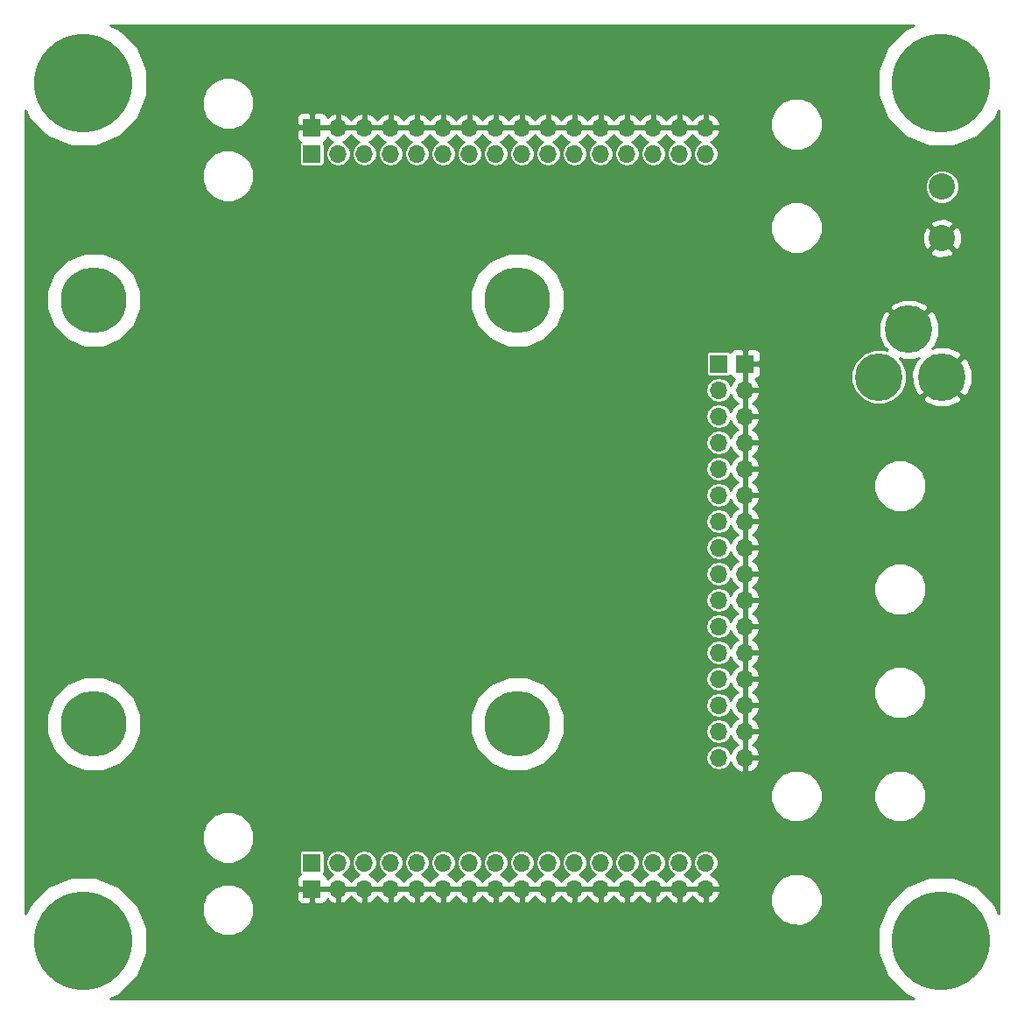
<source format=gbr>
G04 #@! TF.FileFunction,Copper,L2,Bot,Signal*
%FSLAX46Y46*%
G04 Gerber Fmt 4.6, Leading zero omitted, Abs format (unit mm)*
G04 Created by KiCad (PCBNEW 4.0.1-stable) date 2/4/2017 5:45:03 PM*
%MOMM*%
G01*
G04 APERTURE LIST*
%ADD10C,0.150000*%
%ADD11C,9.525000*%
%ADD12C,6.350000*%
%ADD13R,1.700000X1.700000*%
%ADD14O,1.700000X1.700000*%
%ADD15C,2.540000*%
%ADD16C,4.600000*%
%ADD17C,0.254000*%
G04 APERTURE END LIST*
D10*
D11*
X16000000Y-16000000D03*
X99000000Y-16000000D03*
X16000000Y-99000000D03*
X99000000Y-99000000D03*
D12*
X17000000Y-37000000D03*
X58000000Y-37000000D03*
X17000000Y-78000000D03*
X58000000Y-78000000D03*
D13*
X38100000Y-22860000D03*
D14*
X40640000Y-22860000D03*
X43180000Y-22860000D03*
X45720000Y-22860000D03*
X48260000Y-22860000D03*
X50800000Y-22860000D03*
X53340000Y-22860000D03*
X55880000Y-22860000D03*
X58420000Y-22860000D03*
X60960000Y-22860000D03*
X63500000Y-22860000D03*
X66040000Y-22860000D03*
X68580000Y-22860000D03*
X71120000Y-22860000D03*
X73660000Y-22860000D03*
X76200000Y-22860000D03*
D13*
X38100000Y-20320000D03*
D14*
X40640000Y-20320000D03*
X43180000Y-20320000D03*
X45720000Y-20320000D03*
X48260000Y-20320000D03*
X50800000Y-20320000D03*
X53340000Y-20320000D03*
X55880000Y-20320000D03*
X58420000Y-20320000D03*
X60960000Y-20320000D03*
X63500000Y-20320000D03*
X66040000Y-20320000D03*
X68580000Y-20320000D03*
X71120000Y-20320000D03*
X73660000Y-20320000D03*
X76200000Y-20320000D03*
D13*
X38100000Y-91440000D03*
D14*
X40640000Y-91440000D03*
X43180000Y-91440000D03*
X45720000Y-91440000D03*
X48260000Y-91440000D03*
X50800000Y-91440000D03*
X53340000Y-91440000D03*
X55880000Y-91440000D03*
X58420000Y-91440000D03*
X60960000Y-91440000D03*
X63500000Y-91440000D03*
X66040000Y-91440000D03*
X68580000Y-91440000D03*
X71120000Y-91440000D03*
X73660000Y-91440000D03*
X76200000Y-91440000D03*
D13*
X38100000Y-93980000D03*
D14*
X40640000Y-93980000D03*
X43180000Y-93980000D03*
X45720000Y-93980000D03*
X48260000Y-93980000D03*
X50800000Y-93980000D03*
X53340000Y-93980000D03*
X55880000Y-93980000D03*
X58420000Y-93980000D03*
X60960000Y-93980000D03*
X63500000Y-93980000D03*
X66040000Y-93980000D03*
X68580000Y-93980000D03*
X71120000Y-93980000D03*
X73660000Y-93980000D03*
X76200000Y-93980000D03*
D13*
X77470000Y-43180000D03*
D14*
X77470000Y-45720000D03*
X77470000Y-48260000D03*
X77470000Y-50800000D03*
X77470000Y-53340000D03*
X77470000Y-55880000D03*
X77470000Y-58420000D03*
X77470000Y-60960000D03*
X77470000Y-63500000D03*
X77470000Y-66040000D03*
X77470000Y-68580000D03*
X77470000Y-71120000D03*
X77470000Y-73660000D03*
X77470000Y-76200000D03*
X77470000Y-78740000D03*
X77470000Y-81280000D03*
D13*
X80010000Y-43180000D03*
D14*
X80010000Y-45720000D03*
X80010000Y-48260000D03*
X80010000Y-50800000D03*
X80010000Y-53340000D03*
X80010000Y-55880000D03*
X80010000Y-58420000D03*
X80010000Y-60960000D03*
X80010000Y-63500000D03*
X80010000Y-66040000D03*
X80010000Y-68580000D03*
X80010000Y-71120000D03*
X80010000Y-73660000D03*
X80010000Y-76200000D03*
X80010000Y-78740000D03*
X80010000Y-81280000D03*
D15*
X99060000Y-26035000D03*
X99060000Y-31035000D03*
D16*
X99060000Y-44450000D03*
X92960000Y-44450000D03*
X95860000Y-39850000D03*
D17*
G36*
X95515482Y-10775185D02*
X93781275Y-12506368D01*
X92841571Y-14769425D01*
X92839433Y-17219825D01*
X93775185Y-19484518D01*
X95506368Y-21218725D01*
X97769425Y-22158429D01*
X100219825Y-22160567D01*
X102484518Y-21224815D01*
X104218725Y-19493632D01*
X104569000Y-18650077D01*
X104569000Y-96348473D01*
X104224815Y-95515482D01*
X102493632Y-93781275D01*
X100230575Y-92841571D01*
X97780175Y-92839433D01*
X95515482Y-93775185D01*
X93781275Y-95506368D01*
X92841571Y-97769425D01*
X92839433Y-100219825D01*
X93775185Y-102484518D01*
X95506368Y-104218725D01*
X96349923Y-104569000D01*
X18651527Y-104569000D01*
X19484518Y-104224815D01*
X21218725Y-102493632D01*
X22158429Y-100230575D01*
X22160567Y-97780175D01*
X21632122Y-96501238D01*
X27468562Y-96501238D01*
X27853072Y-97431823D01*
X28564432Y-98144426D01*
X29494344Y-98530559D01*
X30501238Y-98531438D01*
X31431823Y-98146928D01*
X32144426Y-97435568D01*
X32530559Y-96505656D01*
X32531435Y-95501238D01*
X82468562Y-95501238D01*
X82853072Y-96431823D01*
X83564432Y-97144426D01*
X84494344Y-97530559D01*
X85501238Y-97531438D01*
X86431823Y-97146928D01*
X87144426Y-96435568D01*
X87530559Y-95505656D01*
X87531438Y-94498762D01*
X87146928Y-93568177D01*
X86435568Y-92855574D01*
X85505656Y-92469441D01*
X84498762Y-92468562D01*
X83568177Y-92853072D01*
X82855574Y-93564432D01*
X82469441Y-94494344D01*
X82468562Y-95501238D01*
X32531435Y-95501238D01*
X32531438Y-95498762D01*
X32146928Y-94568177D01*
X31845029Y-94265750D01*
X36615000Y-94265750D01*
X36615000Y-94956309D01*
X36711673Y-95189698D01*
X36890301Y-95368327D01*
X37123690Y-95465000D01*
X37814250Y-95465000D01*
X37973000Y-95306250D01*
X37973000Y-94107000D01*
X38227000Y-94107000D01*
X38227000Y-95306250D01*
X38385750Y-95465000D01*
X39076310Y-95465000D01*
X39309699Y-95368327D01*
X39488327Y-95189698D01*
X39575136Y-94980122D01*
X39873076Y-95251645D01*
X40283110Y-95421476D01*
X40513000Y-95300155D01*
X40513000Y-94107000D01*
X40767000Y-94107000D01*
X40767000Y-95300155D01*
X40996890Y-95421476D01*
X41406924Y-95251645D01*
X41835183Y-94861358D01*
X41910000Y-94702046D01*
X41984817Y-94861358D01*
X42413076Y-95251645D01*
X42823110Y-95421476D01*
X43053000Y-95300155D01*
X43053000Y-94107000D01*
X43307000Y-94107000D01*
X43307000Y-95300155D01*
X43536890Y-95421476D01*
X43946924Y-95251645D01*
X44375183Y-94861358D01*
X44450000Y-94702046D01*
X44524817Y-94861358D01*
X44953076Y-95251645D01*
X45363110Y-95421476D01*
X45593000Y-95300155D01*
X45593000Y-94107000D01*
X45847000Y-94107000D01*
X45847000Y-95300155D01*
X46076890Y-95421476D01*
X46486924Y-95251645D01*
X46915183Y-94861358D01*
X46990000Y-94702046D01*
X47064817Y-94861358D01*
X47493076Y-95251645D01*
X47903110Y-95421476D01*
X48133000Y-95300155D01*
X48133000Y-94107000D01*
X48387000Y-94107000D01*
X48387000Y-95300155D01*
X48616890Y-95421476D01*
X49026924Y-95251645D01*
X49455183Y-94861358D01*
X49530000Y-94702046D01*
X49604817Y-94861358D01*
X50033076Y-95251645D01*
X50443110Y-95421476D01*
X50673000Y-95300155D01*
X50673000Y-94107000D01*
X50927000Y-94107000D01*
X50927000Y-95300155D01*
X51156890Y-95421476D01*
X51566924Y-95251645D01*
X51995183Y-94861358D01*
X52070000Y-94702046D01*
X52144817Y-94861358D01*
X52573076Y-95251645D01*
X52983110Y-95421476D01*
X53213000Y-95300155D01*
X53213000Y-94107000D01*
X53467000Y-94107000D01*
X53467000Y-95300155D01*
X53696890Y-95421476D01*
X54106924Y-95251645D01*
X54535183Y-94861358D01*
X54610000Y-94702046D01*
X54684817Y-94861358D01*
X55113076Y-95251645D01*
X55523110Y-95421476D01*
X55753000Y-95300155D01*
X55753000Y-94107000D01*
X56007000Y-94107000D01*
X56007000Y-95300155D01*
X56236890Y-95421476D01*
X56646924Y-95251645D01*
X57075183Y-94861358D01*
X57150000Y-94702046D01*
X57224817Y-94861358D01*
X57653076Y-95251645D01*
X58063110Y-95421476D01*
X58293000Y-95300155D01*
X58293000Y-94107000D01*
X58547000Y-94107000D01*
X58547000Y-95300155D01*
X58776890Y-95421476D01*
X59186924Y-95251645D01*
X59615183Y-94861358D01*
X59690000Y-94702046D01*
X59764817Y-94861358D01*
X60193076Y-95251645D01*
X60603110Y-95421476D01*
X60833000Y-95300155D01*
X60833000Y-94107000D01*
X61087000Y-94107000D01*
X61087000Y-95300155D01*
X61316890Y-95421476D01*
X61726924Y-95251645D01*
X62155183Y-94861358D01*
X62230000Y-94702046D01*
X62304817Y-94861358D01*
X62733076Y-95251645D01*
X63143110Y-95421476D01*
X63373000Y-95300155D01*
X63373000Y-94107000D01*
X63627000Y-94107000D01*
X63627000Y-95300155D01*
X63856890Y-95421476D01*
X64266924Y-95251645D01*
X64695183Y-94861358D01*
X64770000Y-94702046D01*
X64844817Y-94861358D01*
X65273076Y-95251645D01*
X65683110Y-95421476D01*
X65913000Y-95300155D01*
X65913000Y-94107000D01*
X66167000Y-94107000D01*
X66167000Y-95300155D01*
X66396890Y-95421476D01*
X66806924Y-95251645D01*
X67235183Y-94861358D01*
X67310000Y-94702046D01*
X67384817Y-94861358D01*
X67813076Y-95251645D01*
X68223110Y-95421476D01*
X68453000Y-95300155D01*
X68453000Y-94107000D01*
X68707000Y-94107000D01*
X68707000Y-95300155D01*
X68936890Y-95421476D01*
X69346924Y-95251645D01*
X69775183Y-94861358D01*
X69850000Y-94702046D01*
X69924817Y-94861358D01*
X70353076Y-95251645D01*
X70763110Y-95421476D01*
X70993000Y-95300155D01*
X70993000Y-94107000D01*
X71247000Y-94107000D01*
X71247000Y-95300155D01*
X71476890Y-95421476D01*
X71886924Y-95251645D01*
X72315183Y-94861358D01*
X72390000Y-94702046D01*
X72464817Y-94861358D01*
X72893076Y-95251645D01*
X73303110Y-95421476D01*
X73533000Y-95300155D01*
X73533000Y-94107000D01*
X73787000Y-94107000D01*
X73787000Y-95300155D01*
X74016890Y-95421476D01*
X74426924Y-95251645D01*
X74855183Y-94861358D01*
X74930000Y-94702046D01*
X75004817Y-94861358D01*
X75433076Y-95251645D01*
X75843110Y-95421476D01*
X76073000Y-95300155D01*
X76073000Y-94107000D01*
X76327000Y-94107000D01*
X76327000Y-95300155D01*
X76556890Y-95421476D01*
X76966924Y-95251645D01*
X77395183Y-94861358D01*
X77641486Y-94336892D01*
X77520819Y-94107000D01*
X76327000Y-94107000D01*
X76073000Y-94107000D01*
X73787000Y-94107000D01*
X73533000Y-94107000D01*
X71247000Y-94107000D01*
X70993000Y-94107000D01*
X68707000Y-94107000D01*
X68453000Y-94107000D01*
X66167000Y-94107000D01*
X65913000Y-94107000D01*
X63627000Y-94107000D01*
X63373000Y-94107000D01*
X61087000Y-94107000D01*
X60833000Y-94107000D01*
X58547000Y-94107000D01*
X58293000Y-94107000D01*
X56007000Y-94107000D01*
X55753000Y-94107000D01*
X53467000Y-94107000D01*
X53213000Y-94107000D01*
X50927000Y-94107000D01*
X50673000Y-94107000D01*
X48387000Y-94107000D01*
X48133000Y-94107000D01*
X45847000Y-94107000D01*
X45593000Y-94107000D01*
X43307000Y-94107000D01*
X43053000Y-94107000D01*
X40767000Y-94107000D01*
X40513000Y-94107000D01*
X38227000Y-94107000D01*
X37973000Y-94107000D01*
X36773750Y-94107000D01*
X36615000Y-94265750D01*
X31845029Y-94265750D01*
X31435568Y-93855574D01*
X30505656Y-93469441D01*
X29498762Y-93468562D01*
X28568177Y-93853072D01*
X27855574Y-94564432D01*
X27469441Y-95494344D01*
X27468562Y-96501238D01*
X21632122Y-96501238D01*
X21224815Y-95515482D01*
X19493632Y-93781275D01*
X17621004Y-93003691D01*
X36615000Y-93003691D01*
X36615000Y-93694250D01*
X36773750Y-93853000D01*
X37973000Y-93853000D01*
X37973000Y-93833000D01*
X38227000Y-93833000D01*
X38227000Y-93853000D01*
X40513000Y-93853000D01*
X40513000Y-93833000D01*
X40767000Y-93833000D01*
X40767000Y-93853000D01*
X43053000Y-93853000D01*
X43053000Y-93833000D01*
X43307000Y-93833000D01*
X43307000Y-93853000D01*
X45593000Y-93853000D01*
X45593000Y-93833000D01*
X45847000Y-93833000D01*
X45847000Y-93853000D01*
X48133000Y-93853000D01*
X48133000Y-93833000D01*
X48387000Y-93833000D01*
X48387000Y-93853000D01*
X50673000Y-93853000D01*
X50673000Y-93833000D01*
X50927000Y-93833000D01*
X50927000Y-93853000D01*
X53213000Y-93853000D01*
X53213000Y-93833000D01*
X53467000Y-93833000D01*
X53467000Y-93853000D01*
X55753000Y-93853000D01*
X55753000Y-93833000D01*
X56007000Y-93833000D01*
X56007000Y-93853000D01*
X58293000Y-93853000D01*
X58293000Y-93833000D01*
X58547000Y-93833000D01*
X58547000Y-93853000D01*
X60833000Y-93853000D01*
X60833000Y-93833000D01*
X61087000Y-93833000D01*
X61087000Y-93853000D01*
X63373000Y-93853000D01*
X63373000Y-93833000D01*
X63627000Y-93833000D01*
X63627000Y-93853000D01*
X65913000Y-93853000D01*
X65913000Y-93833000D01*
X66167000Y-93833000D01*
X66167000Y-93853000D01*
X68453000Y-93853000D01*
X68453000Y-93833000D01*
X68707000Y-93833000D01*
X68707000Y-93853000D01*
X70993000Y-93853000D01*
X70993000Y-93833000D01*
X71247000Y-93833000D01*
X71247000Y-93853000D01*
X73533000Y-93853000D01*
X73533000Y-93833000D01*
X73787000Y-93833000D01*
X73787000Y-93853000D01*
X76073000Y-93853000D01*
X76073000Y-93833000D01*
X76327000Y-93833000D01*
X76327000Y-93853000D01*
X77520819Y-93853000D01*
X77641486Y-93623108D01*
X77395183Y-93098642D01*
X76966924Y-92708355D01*
X76685488Y-92591788D01*
X77070448Y-92334565D01*
X77337296Y-91935200D01*
X77431000Y-91464117D01*
X77431000Y-91415883D01*
X77337296Y-90944800D01*
X77070448Y-90545435D01*
X76671083Y-90278587D01*
X76200000Y-90184883D01*
X75728917Y-90278587D01*
X75329552Y-90545435D01*
X75062704Y-90944800D01*
X74969000Y-91415883D01*
X74969000Y-91464117D01*
X75062704Y-91935200D01*
X75329552Y-92334565D01*
X75714512Y-92591788D01*
X75433076Y-92708355D01*
X75004817Y-93098642D01*
X74930000Y-93257954D01*
X74855183Y-93098642D01*
X74426924Y-92708355D01*
X74145488Y-92591788D01*
X74530448Y-92334565D01*
X74797296Y-91935200D01*
X74891000Y-91464117D01*
X74891000Y-91415883D01*
X74797296Y-90944800D01*
X74530448Y-90545435D01*
X74131083Y-90278587D01*
X73660000Y-90184883D01*
X73188917Y-90278587D01*
X72789552Y-90545435D01*
X72522704Y-90944800D01*
X72429000Y-91415883D01*
X72429000Y-91464117D01*
X72522704Y-91935200D01*
X72789552Y-92334565D01*
X73174512Y-92591788D01*
X72893076Y-92708355D01*
X72464817Y-93098642D01*
X72390000Y-93257954D01*
X72315183Y-93098642D01*
X71886924Y-92708355D01*
X71605488Y-92591788D01*
X71990448Y-92334565D01*
X72257296Y-91935200D01*
X72351000Y-91464117D01*
X72351000Y-91415883D01*
X72257296Y-90944800D01*
X71990448Y-90545435D01*
X71591083Y-90278587D01*
X71120000Y-90184883D01*
X70648917Y-90278587D01*
X70249552Y-90545435D01*
X69982704Y-90944800D01*
X69889000Y-91415883D01*
X69889000Y-91464117D01*
X69982704Y-91935200D01*
X70249552Y-92334565D01*
X70634512Y-92591788D01*
X70353076Y-92708355D01*
X69924817Y-93098642D01*
X69850000Y-93257954D01*
X69775183Y-93098642D01*
X69346924Y-92708355D01*
X69065488Y-92591788D01*
X69450448Y-92334565D01*
X69717296Y-91935200D01*
X69811000Y-91464117D01*
X69811000Y-91415883D01*
X69717296Y-90944800D01*
X69450448Y-90545435D01*
X69051083Y-90278587D01*
X68580000Y-90184883D01*
X68108917Y-90278587D01*
X67709552Y-90545435D01*
X67442704Y-90944800D01*
X67349000Y-91415883D01*
X67349000Y-91464117D01*
X67442704Y-91935200D01*
X67709552Y-92334565D01*
X68094512Y-92591788D01*
X67813076Y-92708355D01*
X67384817Y-93098642D01*
X67310000Y-93257954D01*
X67235183Y-93098642D01*
X66806924Y-92708355D01*
X66525488Y-92591788D01*
X66910448Y-92334565D01*
X67177296Y-91935200D01*
X67271000Y-91464117D01*
X67271000Y-91415883D01*
X67177296Y-90944800D01*
X66910448Y-90545435D01*
X66511083Y-90278587D01*
X66040000Y-90184883D01*
X65568917Y-90278587D01*
X65169552Y-90545435D01*
X64902704Y-90944800D01*
X64809000Y-91415883D01*
X64809000Y-91464117D01*
X64902704Y-91935200D01*
X65169552Y-92334565D01*
X65554512Y-92591788D01*
X65273076Y-92708355D01*
X64844817Y-93098642D01*
X64770000Y-93257954D01*
X64695183Y-93098642D01*
X64266924Y-92708355D01*
X63985488Y-92591788D01*
X64370448Y-92334565D01*
X64637296Y-91935200D01*
X64731000Y-91464117D01*
X64731000Y-91415883D01*
X64637296Y-90944800D01*
X64370448Y-90545435D01*
X63971083Y-90278587D01*
X63500000Y-90184883D01*
X63028917Y-90278587D01*
X62629552Y-90545435D01*
X62362704Y-90944800D01*
X62269000Y-91415883D01*
X62269000Y-91464117D01*
X62362704Y-91935200D01*
X62629552Y-92334565D01*
X63014512Y-92591788D01*
X62733076Y-92708355D01*
X62304817Y-93098642D01*
X62230000Y-93257954D01*
X62155183Y-93098642D01*
X61726924Y-92708355D01*
X61445488Y-92591788D01*
X61830448Y-92334565D01*
X62097296Y-91935200D01*
X62191000Y-91464117D01*
X62191000Y-91415883D01*
X62097296Y-90944800D01*
X61830448Y-90545435D01*
X61431083Y-90278587D01*
X60960000Y-90184883D01*
X60488917Y-90278587D01*
X60089552Y-90545435D01*
X59822704Y-90944800D01*
X59729000Y-91415883D01*
X59729000Y-91464117D01*
X59822704Y-91935200D01*
X60089552Y-92334565D01*
X60474512Y-92591788D01*
X60193076Y-92708355D01*
X59764817Y-93098642D01*
X59690000Y-93257954D01*
X59615183Y-93098642D01*
X59186924Y-92708355D01*
X58905488Y-92591788D01*
X59290448Y-92334565D01*
X59557296Y-91935200D01*
X59651000Y-91464117D01*
X59651000Y-91415883D01*
X59557296Y-90944800D01*
X59290448Y-90545435D01*
X58891083Y-90278587D01*
X58420000Y-90184883D01*
X57948917Y-90278587D01*
X57549552Y-90545435D01*
X57282704Y-90944800D01*
X57189000Y-91415883D01*
X57189000Y-91464117D01*
X57282704Y-91935200D01*
X57549552Y-92334565D01*
X57934512Y-92591788D01*
X57653076Y-92708355D01*
X57224817Y-93098642D01*
X57150000Y-93257954D01*
X57075183Y-93098642D01*
X56646924Y-92708355D01*
X56365488Y-92591788D01*
X56750448Y-92334565D01*
X57017296Y-91935200D01*
X57111000Y-91464117D01*
X57111000Y-91415883D01*
X57017296Y-90944800D01*
X56750448Y-90545435D01*
X56351083Y-90278587D01*
X55880000Y-90184883D01*
X55408917Y-90278587D01*
X55009552Y-90545435D01*
X54742704Y-90944800D01*
X54649000Y-91415883D01*
X54649000Y-91464117D01*
X54742704Y-91935200D01*
X55009552Y-92334565D01*
X55394512Y-92591788D01*
X55113076Y-92708355D01*
X54684817Y-93098642D01*
X54610000Y-93257954D01*
X54535183Y-93098642D01*
X54106924Y-92708355D01*
X53825488Y-92591788D01*
X54210448Y-92334565D01*
X54477296Y-91935200D01*
X54571000Y-91464117D01*
X54571000Y-91415883D01*
X54477296Y-90944800D01*
X54210448Y-90545435D01*
X53811083Y-90278587D01*
X53340000Y-90184883D01*
X52868917Y-90278587D01*
X52469552Y-90545435D01*
X52202704Y-90944800D01*
X52109000Y-91415883D01*
X52109000Y-91464117D01*
X52202704Y-91935200D01*
X52469552Y-92334565D01*
X52854512Y-92591788D01*
X52573076Y-92708355D01*
X52144817Y-93098642D01*
X52070000Y-93257954D01*
X51995183Y-93098642D01*
X51566924Y-92708355D01*
X51285488Y-92591788D01*
X51670448Y-92334565D01*
X51937296Y-91935200D01*
X52031000Y-91464117D01*
X52031000Y-91415883D01*
X51937296Y-90944800D01*
X51670448Y-90545435D01*
X51271083Y-90278587D01*
X50800000Y-90184883D01*
X50328917Y-90278587D01*
X49929552Y-90545435D01*
X49662704Y-90944800D01*
X49569000Y-91415883D01*
X49569000Y-91464117D01*
X49662704Y-91935200D01*
X49929552Y-92334565D01*
X50314512Y-92591788D01*
X50033076Y-92708355D01*
X49604817Y-93098642D01*
X49530000Y-93257954D01*
X49455183Y-93098642D01*
X49026924Y-92708355D01*
X48745488Y-92591788D01*
X49130448Y-92334565D01*
X49397296Y-91935200D01*
X49491000Y-91464117D01*
X49491000Y-91415883D01*
X49397296Y-90944800D01*
X49130448Y-90545435D01*
X48731083Y-90278587D01*
X48260000Y-90184883D01*
X47788917Y-90278587D01*
X47389552Y-90545435D01*
X47122704Y-90944800D01*
X47029000Y-91415883D01*
X47029000Y-91464117D01*
X47122704Y-91935200D01*
X47389552Y-92334565D01*
X47774512Y-92591788D01*
X47493076Y-92708355D01*
X47064817Y-93098642D01*
X46990000Y-93257954D01*
X46915183Y-93098642D01*
X46486924Y-92708355D01*
X46205488Y-92591788D01*
X46590448Y-92334565D01*
X46857296Y-91935200D01*
X46951000Y-91464117D01*
X46951000Y-91415883D01*
X46857296Y-90944800D01*
X46590448Y-90545435D01*
X46191083Y-90278587D01*
X45720000Y-90184883D01*
X45248917Y-90278587D01*
X44849552Y-90545435D01*
X44582704Y-90944800D01*
X44489000Y-91415883D01*
X44489000Y-91464117D01*
X44582704Y-91935200D01*
X44849552Y-92334565D01*
X45234512Y-92591788D01*
X44953076Y-92708355D01*
X44524817Y-93098642D01*
X44450000Y-93257954D01*
X44375183Y-93098642D01*
X43946924Y-92708355D01*
X43665488Y-92591788D01*
X44050448Y-92334565D01*
X44317296Y-91935200D01*
X44411000Y-91464117D01*
X44411000Y-91415883D01*
X44317296Y-90944800D01*
X44050448Y-90545435D01*
X43651083Y-90278587D01*
X43180000Y-90184883D01*
X42708917Y-90278587D01*
X42309552Y-90545435D01*
X42042704Y-90944800D01*
X41949000Y-91415883D01*
X41949000Y-91464117D01*
X42042704Y-91935200D01*
X42309552Y-92334565D01*
X42694512Y-92591788D01*
X42413076Y-92708355D01*
X41984817Y-93098642D01*
X41910000Y-93257954D01*
X41835183Y-93098642D01*
X41406924Y-92708355D01*
X41125488Y-92591788D01*
X41510448Y-92334565D01*
X41777296Y-91935200D01*
X41871000Y-91464117D01*
X41871000Y-91415883D01*
X41777296Y-90944800D01*
X41510448Y-90545435D01*
X41111083Y-90278587D01*
X40640000Y-90184883D01*
X40168917Y-90278587D01*
X39769552Y-90545435D01*
X39502704Y-90944800D01*
X39409000Y-91415883D01*
X39409000Y-91464117D01*
X39502704Y-91935200D01*
X39769552Y-92334565D01*
X40154512Y-92591788D01*
X39873076Y-92708355D01*
X39575136Y-92979878D01*
X39488327Y-92770302D01*
X39309699Y-92591673D01*
X39228096Y-92557872D01*
X39307859Y-92441134D01*
X39338464Y-92290000D01*
X39338464Y-90590000D01*
X39311897Y-90448810D01*
X39228454Y-90319135D01*
X39101134Y-90232141D01*
X38950000Y-90201536D01*
X37250000Y-90201536D01*
X37108810Y-90228103D01*
X36979135Y-90311546D01*
X36892141Y-90438866D01*
X36861536Y-90590000D01*
X36861536Y-92290000D01*
X36888103Y-92431190D01*
X36970101Y-92558619D01*
X36890301Y-92591673D01*
X36711673Y-92770302D01*
X36615000Y-93003691D01*
X17621004Y-93003691D01*
X17230575Y-92841571D01*
X14780175Y-92839433D01*
X12515482Y-93775185D01*
X10781275Y-95506368D01*
X10431000Y-96349923D01*
X10431000Y-89501238D01*
X27468562Y-89501238D01*
X27853072Y-90431823D01*
X28564432Y-91144426D01*
X29494344Y-91530559D01*
X30501238Y-91531438D01*
X31431823Y-91146928D01*
X32144426Y-90435568D01*
X32530559Y-89505656D01*
X32531438Y-88498762D01*
X32146928Y-87568177D01*
X31435568Y-86855574D01*
X30505656Y-86469441D01*
X29498762Y-86468562D01*
X28568177Y-86853072D01*
X27855574Y-87564432D01*
X27469441Y-88494344D01*
X27468562Y-89501238D01*
X10431000Y-89501238D01*
X10431000Y-85501238D01*
X82468562Y-85501238D01*
X82853072Y-86431823D01*
X83564432Y-87144426D01*
X84494344Y-87530559D01*
X85501238Y-87531438D01*
X86431823Y-87146928D01*
X87144426Y-86435568D01*
X87530559Y-85505656D01*
X87530562Y-85501238D01*
X92468562Y-85501238D01*
X92853072Y-86431823D01*
X93564432Y-87144426D01*
X94494344Y-87530559D01*
X95501238Y-87531438D01*
X96431823Y-87146928D01*
X97144426Y-86435568D01*
X97530559Y-85505656D01*
X97531438Y-84498762D01*
X97146928Y-83568177D01*
X96435568Y-82855574D01*
X95505656Y-82469441D01*
X94498762Y-82468562D01*
X93568177Y-82853072D01*
X92855574Y-83564432D01*
X92469441Y-84494344D01*
X92468562Y-85501238D01*
X87530562Y-85501238D01*
X87531438Y-84498762D01*
X87146928Y-83568177D01*
X86435568Y-82855574D01*
X85505656Y-82469441D01*
X84498762Y-82468562D01*
X83568177Y-82853072D01*
X82855574Y-83564432D01*
X82469441Y-84494344D01*
X82468562Y-85501238D01*
X10431000Y-85501238D01*
X10431000Y-78905437D01*
X12427208Y-78905437D01*
X13121787Y-80586447D01*
X14406788Y-81873693D01*
X16086583Y-82571205D01*
X17905437Y-82572792D01*
X19586447Y-81878213D01*
X20873693Y-80593212D01*
X21571205Y-78913417D01*
X21571211Y-78905437D01*
X53427208Y-78905437D01*
X54121787Y-80586447D01*
X55406788Y-81873693D01*
X57086583Y-82571205D01*
X58905437Y-82572792D01*
X60586447Y-81878213D01*
X61873693Y-80593212D01*
X62571205Y-78913417D01*
X62572792Y-77094563D01*
X61878213Y-75413553D01*
X60593212Y-74126307D01*
X58913417Y-73428795D01*
X57094563Y-73427208D01*
X55413553Y-74121787D01*
X54126307Y-75406788D01*
X53428795Y-77086583D01*
X53427208Y-78905437D01*
X21571211Y-78905437D01*
X21572792Y-77094563D01*
X20878213Y-75413553D01*
X19593212Y-74126307D01*
X17913417Y-73428795D01*
X16094563Y-73427208D01*
X14413553Y-74121787D01*
X13126307Y-75406788D01*
X12428795Y-77086583D01*
X12427208Y-78905437D01*
X10431000Y-78905437D01*
X10431000Y-45720000D01*
X76214883Y-45720000D01*
X76308587Y-46191083D01*
X76575435Y-46590448D01*
X76974800Y-46857296D01*
X77445883Y-46951000D01*
X77494117Y-46951000D01*
X77965200Y-46857296D01*
X78364565Y-46590448D01*
X78621788Y-46205488D01*
X78738355Y-46486924D01*
X79128642Y-46915183D01*
X79287954Y-46990000D01*
X79128642Y-47064817D01*
X78738355Y-47493076D01*
X78621788Y-47774512D01*
X78364565Y-47389552D01*
X77965200Y-47122704D01*
X77494117Y-47029000D01*
X77445883Y-47029000D01*
X76974800Y-47122704D01*
X76575435Y-47389552D01*
X76308587Y-47788917D01*
X76214883Y-48260000D01*
X76308587Y-48731083D01*
X76575435Y-49130448D01*
X76974800Y-49397296D01*
X77445883Y-49491000D01*
X77494117Y-49491000D01*
X77965200Y-49397296D01*
X78364565Y-49130448D01*
X78621788Y-48745488D01*
X78738355Y-49026924D01*
X79128642Y-49455183D01*
X79287954Y-49530000D01*
X79128642Y-49604817D01*
X78738355Y-50033076D01*
X78621788Y-50314512D01*
X78364565Y-49929552D01*
X77965200Y-49662704D01*
X77494117Y-49569000D01*
X77445883Y-49569000D01*
X76974800Y-49662704D01*
X76575435Y-49929552D01*
X76308587Y-50328917D01*
X76214883Y-50800000D01*
X76308587Y-51271083D01*
X76575435Y-51670448D01*
X76974800Y-51937296D01*
X77445883Y-52031000D01*
X77494117Y-52031000D01*
X77965200Y-51937296D01*
X78364565Y-51670448D01*
X78621788Y-51285488D01*
X78738355Y-51566924D01*
X79128642Y-51995183D01*
X79287954Y-52070000D01*
X79128642Y-52144817D01*
X78738355Y-52573076D01*
X78621788Y-52854512D01*
X78364565Y-52469552D01*
X77965200Y-52202704D01*
X77494117Y-52109000D01*
X77445883Y-52109000D01*
X76974800Y-52202704D01*
X76575435Y-52469552D01*
X76308587Y-52868917D01*
X76214883Y-53340000D01*
X76308587Y-53811083D01*
X76575435Y-54210448D01*
X76974800Y-54477296D01*
X77445883Y-54571000D01*
X77494117Y-54571000D01*
X77965200Y-54477296D01*
X78364565Y-54210448D01*
X78621788Y-53825488D01*
X78738355Y-54106924D01*
X79128642Y-54535183D01*
X79287954Y-54610000D01*
X79128642Y-54684817D01*
X78738355Y-55113076D01*
X78621788Y-55394512D01*
X78364565Y-55009552D01*
X77965200Y-54742704D01*
X77494117Y-54649000D01*
X77445883Y-54649000D01*
X76974800Y-54742704D01*
X76575435Y-55009552D01*
X76308587Y-55408917D01*
X76214883Y-55880000D01*
X76308587Y-56351083D01*
X76575435Y-56750448D01*
X76974800Y-57017296D01*
X77445883Y-57111000D01*
X77494117Y-57111000D01*
X77965200Y-57017296D01*
X78364565Y-56750448D01*
X78621788Y-56365488D01*
X78738355Y-56646924D01*
X79128642Y-57075183D01*
X79287954Y-57150000D01*
X79128642Y-57224817D01*
X78738355Y-57653076D01*
X78621788Y-57934512D01*
X78364565Y-57549552D01*
X77965200Y-57282704D01*
X77494117Y-57189000D01*
X77445883Y-57189000D01*
X76974800Y-57282704D01*
X76575435Y-57549552D01*
X76308587Y-57948917D01*
X76214883Y-58420000D01*
X76308587Y-58891083D01*
X76575435Y-59290448D01*
X76974800Y-59557296D01*
X77445883Y-59651000D01*
X77494117Y-59651000D01*
X77965200Y-59557296D01*
X78364565Y-59290448D01*
X78621788Y-58905488D01*
X78738355Y-59186924D01*
X79128642Y-59615183D01*
X79287954Y-59690000D01*
X79128642Y-59764817D01*
X78738355Y-60193076D01*
X78621788Y-60474512D01*
X78364565Y-60089552D01*
X77965200Y-59822704D01*
X77494117Y-59729000D01*
X77445883Y-59729000D01*
X76974800Y-59822704D01*
X76575435Y-60089552D01*
X76308587Y-60488917D01*
X76214883Y-60960000D01*
X76308587Y-61431083D01*
X76575435Y-61830448D01*
X76974800Y-62097296D01*
X77445883Y-62191000D01*
X77494117Y-62191000D01*
X77965200Y-62097296D01*
X78364565Y-61830448D01*
X78621788Y-61445488D01*
X78738355Y-61726924D01*
X79128642Y-62155183D01*
X79287954Y-62230000D01*
X79128642Y-62304817D01*
X78738355Y-62733076D01*
X78621788Y-63014512D01*
X78364565Y-62629552D01*
X77965200Y-62362704D01*
X77494117Y-62269000D01*
X77445883Y-62269000D01*
X76974800Y-62362704D01*
X76575435Y-62629552D01*
X76308587Y-63028917D01*
X76214883Y-63500000D01*
X76308587Y-63971083D01*
X76575435Y-64370448D01*
X76974800Y-64637296D01*
X77445883Y-64731000D01*
X77494117Y-64731000D01*
X77965200Y-64637296D01*
X78364565Y-64370448D01*
X78621788Y-63985488D01*
X78738355Y-64266924D01*
X79128642Y-64695183D01*
X79287954Y-64770000D01*
X79128642Y-64844817D01*
X78738355Y-65273076D01*
X78621788Y-65554512D01*
X78364565Y-65169552D01*
X77965200Y-64902704D01*
X77494117Y-64809000D01*
X77445883Y-64809000D01*
X76974800Y-64902704D01*
X76575435Y-65169552D01*
X76308587Y-65568917D01*
X76214883Y-66040000D01*
X76308587Y-66511083D01*
X76575435Y-66910448D01*
X76974800Y-67177296D01*
X77445883Y-67271000D01*
X77494117Y-67271000D01*
X77965200Y-67177296D01*
X78364565Y-66910448D01*
X78621788Y-66525488D01*
X78738355Y-66806924D01*
X79128642Y-67235183D01*
X79287954Y-67310000D01*
X79128642Y-67384817D01*
X78738355Y-67813076D01*
X78621788Y-68094512D01*
X78364565Y-67709552D01*
X77965200Y-67442704D01*
X77494117Y-67349000D01*
X77445883Y-67349000D01*
X76974800Y-67442704D01*
X76575435Y-67709552D01*
X76308587Y-68108917D01*
X76214883Y-68580000D01*
X76308587Y-69051083D01*
X76575435Y-69450448D01*
X76974800Y-69717296D01*
X77445883Y-69811000D01*
X77494117Y-69811000D01*
X77965200Y-69717296D01*
X78364565Y-69450448D01*
X78621788Y-69065488D01*
X78738355Y-69346924D01*
X79128642Y-69775183D01*
X79287954Y-69850000D01*
X79128642Y-69924817D01*
X78738355Y-70353076D01*
X78621788Y-70634512D01*
X78364565Y-70249552D01*
X77965200Y-69982704D01*
X77494117Y-69889000D01*
X77445883Y-69889000D01*
X76974800Y-69982704D01*
X76575435Y-70249552D01*
X76308587Y-70648917D01*
X76214883Y-71120000D01*
X76308587Y-71591083D01*
X76575435Y-71990448D01*
X76974800Y-72257296D01*
X77445883Y-72351000D01*
X77494117Y-72351000D01*
X77965200Y-72257296D01*
X78364565Y-71990448D01*
X78621788Y-71605488D01*
X78738355Y-71886924D01*
X79128642Y-72315183D01*
X79287954Y-72390000D01*
X79128642Y-72464817D01*
X78738355Y-72893076D01*
X78621788Y-73174512D01*
X78364565Y-72789552D01*
X77965200Y-72522704D01*
X77494117Y-72429000D01*
X77445883Y-72429000D01*
X76974800Y-72522704D01*
X76575435Y-72789552D01*
X76308587Y-73188917D01*
X76214883Y-73660000D01*
X76308587Y-74131083D01*
X76575435Y-74530448D01*
X76974800Y-74797296D01*
X77445883Y-74891000D01*
X77494117Y-74891000D01*
X77965200Y-74797296D01*
X78364565Y-74530448D01*
X78621788Y-74145488D01*
X78738355Y-74426924D01*
X79128642Y-74855183D01*
X79287954Y-74930000D01*
X79128642Y-75004817D01*
X78738355Y-75433076D01*
X78621788Y-75714512D01*
X78364565Y-75329552D01*
X77965200Y-75062704D01*
X77494117Y-74969000D01*
X77445883Y-74969000D01*
X76974800Y-75062704D01*
X76575435Y-75329552D01*
X76308587Y-75728917D01*
X76214883Y-76200000D01*
X76308587Y-76671083D01*
X76575435Y-77070448D01*
X76974800Y-77337296D01*
X77445883Y-77431000D01*
X77494117Y-77431000D01*
X77965200Y-77337296D01*
X78364565Y-77070448D01*
X78621788Y-76685488D01*
X78738355Y-76966924D01*
X79128642Y-77395183D01*
X79287954Y-77470000D01*
X79128642Y-77544817D01*
X78738355Y-77973076D01*
X78621788Y-78254512D01*
X78364565Y-77869552D01*
X77965200Y-77602704D01*
X77494117Y-77509000D01*
X77445883Y-77509000D01*
X76974800Y-77602704D01*
X76575435Y-77869552D01*
X76308587Y-78268917D01*
X76214883Y-78740000D01*
X76308587Y-79211083D01*
X76575435Y-79610448D01*
X76974800Y-79877296D01*
X77445883Y-79971000D01*
X77494117Y-79971000D01*
X77965200Y-79877296D01*
X78364565Y-79610448D01*
X78621788Y-79225488D01*
X78738355Y-79506924D01*
X79128642Y-79935183D01*
X79287954Y-80010000D01*
X79128642Y-80084817D01*
X78738355Y-80513076D01*
X78621788Y-80794512D01*
X78364565Y-80409552D01*
X77965200Y-80142704D01*
X77494117Y-80049000D01*
X77445883Y-80049000D01*
X76974800Y-80142704D01*
X76575435Y-80409552D01*
X76308587Y-80808917D01*
X76214883Y-81280000D01*
X76308587Y-81751083D01*
X76575435Y-82150448D01*
X76974800Y-82417296D01*
X77445883Y-82511000D01*
X77494117Y-82511000D01*
X77965200Y-82417296D01*
X78364565Y-82150448D01*
X78621788Y-81765488D01*
X78738355Y-82046924D01*
X79128642Y-82475183D01*
X79653108Y-82721486D01*
X79883000Y-82600819D01*
X79883000Y-81407000D01*
X80137000Y-81407000D01*
X80137000Y-82600819D01*
X80366892Y-82721486D01*
X80891358Y-82475183D01*
X81281645Y-82046924D01*
X81451476Y-81636890D01*
X81330155Y-81407000D01*
X80137000Y-81407000D01*
X79883000Y-81407000D01*
X79863000Y-81407000D01*
X79863000Y-81153000D01*
X79883000Y-81153000D01*
X79883000Y-78867000D01*
X80137000Y-78867000D01*
X80137000Y-81153000D01*
X81330155Y-81153000D01*
X81451476Y-80923110D01*
X81281645Y-80513076D01*
X80891358Y-80084817D01*
X80732046Y-80010000D01*
X80891358Y-79935183D01*
X81281645Y-79506924D01*
X81451476Y-79096890D01*
X81330155Y-78867000D01*
X80137000Y-78867000D01*
X79883000Y-78867000D01*
X79863000Y-78867000D01*
X79863000Y-78613000D01*
X79883000Y-78613000D01*
X79883000Y-76327000D01*
X80137000Y-76327000D01*
X80137000Y-78613000D01*
X81330155Y-78613000D01*
X81451476Y-78383110D01*
X81281645Y-77973076D01*
X80891358Y-77544817D01*
X80732046Y-77470000D01*
X80891358Y-77395183D01*
X81281645Y-76966924D01*
X81451476Y-76556890D01*
X81330155Y-76327000D01*
X80137000Y-76327000D01*
X79883000Y-76327000D01*
X79863000Y-76327000D01*
X79863000Y-76073000D01*
X79883000Y-76073000D01*
X79883000Y-73787000D01*
X80137000Y-73787000D01*
X80137000Y-76073000D01*
X81330155Y-76073000D01*
X81451476Y-75843110D01*
X81309877Y-75501238D01*
X92468562Y-75501238D01*
X92853072Y-76431823D01*
X93564432Y-77144426D01*
X94494344Y-77530559D01*
X95501238Y-77531438D01*
X96431823Y-77146928D01*
X97144426Y-76435568D01*
X97530559Y-75505656D01*
X97531438Y-74498762D01*
X97146928Y-73568177D01*
X96435568Y-72855574D01*
X95505656Y-72469441D01*
X94498762Y-72468562D01*
X93568177Y-72853072D01*
X92855574Y-73564432D01*
X92469441Y-74494344D01*
X92468562Y-75501238D01*
X81309877Y-75501238D01*
X81281645Y-75433076D01*
X80891358Y-75004817D01*
X80732046Y-74930000D01*
X80891358Y-74855183D01*
X81281645Y-74426924D01*
X81451476Y-74016890D01*
X81330155Y-73787000D01*
X80137000Y-73787000D01*
X79883000Y-73787000D01*
X79863000Y-73787000D01*
X79863000Y-73533000D01*
X79883000Y-73533000D01*
X79883000Y-71247000D01*
X80137000Y-71247000D01*
X80137000Y-73533000D01*
X81330155Y-73533000D01*
X81451476Y-73303110D01*
X81281645Y-72893076D01*
X80891358Y-72464817D01*
X80732046Y-72390000D01*
X80891358Y-72315183D01*
X81281645Y-71886924D01*
X81451476Y-71476890D01*
X81330155Y-71247000D01*
X80137000Y-71247000D01*
X79883000Y-71247000D01*
X79863000Y-71247000D01*
X79863000Y-70993000D01*
X79883000Y-70993000D01*
X79883000Y-68707000D01*
X80137000Y-68707000D01*
X80137000Y-70993000D01*
X81330155Y-70993000D01*
X81451476Y-70763110D01*
X81281645Y-70353076D01*
X80891358Y-69924817D01*
X80732046Y-69850000D01*
X80891358Y-69775183D01*
X81281645Y-69346924D01*
X81451476Y-68936890D01*
X81330155Y-68707000D01*
X80137000Y-68707000D01*
X79883000Y-68707000D01*
X79863000Y-68707000D01*
X79863000Y-68453000D01*
X79883000Y-68453000D01*
X79883000Y-66167000D01*
X80137000Y-66167000D01*
X80137000Y-68453000D01*
X81330155Y-68453000D01*
X81451476Y-68223110D01*
X81281645Y-67813076D01*
X80891358Y-67384817D01*
X80732046Y-67310000D01*
X80891358Y-67235183D01*
X81281645Y-66806924D01*
X81451476Y-66396890D01*
X81330155Y-66167000D01*
X80137000Y-66167000D01*
X79883000Y-66167000D01*
X79863000Y-66167000D01*
X79863000Y-65913000D01*
X79883000Y-65913000D01*
X79883000Y-63627000D01*
X80137000Y-63627000D01*
X80137000Y-65913000D01*
X81330155Y-65913000D01*
X81451476Y-65683110D01*
X81376147Y-65501238D01*
X92468562Y-65501238D01*
X92853072Y-66431823D01*
X93564432Y-67144426D01*
X94494344Y-67530559D01*
X95501238Y-67531438D01*
X96431823Y-67146928D01*
X97144426Y-66435568D01*
X97530559Y-65505656D01*
X97531438Y-64498762D01*
X97146928Y-63568177D01*
X96435568Y-62855574D01*
X95505656Y-62469441D01*
X94498762Y-62468562D01*
X93568177Y-62853072D01*
X92855574Y-63564432D01*
X92469441Y-64494344D01*
X92468562Y-65501238D01*
X81376147Y-65501238D01*
X81281645Y-65273076D01*
X80891358Y-64844817D01*
X80732046Y-64770000D01*
X80891358Y-64695183D01*
X81281645Y-64266924D01*
X81451476Y-63856890D01*
X81330155Y-63627000D01*
X80137000Y-63627000D01*
X79883000Y-63627000D01*
X79863000Y-63627000D01*
X79863000Y-63373000D01*
X79883000Y-63373000D01*
X79883000Y-61087000D01*
X80137000Y-61087000D01*
X80137000Y-63373000D01*
X81330155Y-63373000D01*
X81451476Y-63143110D01*
X81281645Y-62733076D01*
X80891358Y-62304817D01*
X80732046Y-62230000D01*
X80891358Y-62155183D01*
X81281645Y-61726924D01*
X81451476Y-61316890D01*
X81330155Y-61087000D01*
X80137000Y-61087000D01*
X79883000Y-61087000D01*
X79863000Y-61087000D01*
X79863000Y-60833000D01*
X79883000Y-60833000D01*
X79883000Y-58547000D01*
X80137000Y-58547000D01*
X80137000Y-60833000D01*
X81330155Y-60833000D01*
X81451476Y-60603110D01*
X81281645Y-60193076D01*
X80891358Y-59764817D01*
X80732046Y-59690000D01*
X80891358Y-59615183D01*
X81281645Y-59186924D01*
X81451476Y-58776890D01*
X81330155Y-58547000D01*
X80137000Y-58547000D01*
X79883000Y-58547000D01*
X79863000Y-58547000D01*
X79863000Y-58293000D01*
X79883000Y-58293000D01*
X79883000Y-56007000D01*
X80137000Y-56007000D01*
X80137000Y-58293000D01*
X81330155Y-58293000D01*
X81451476Y-58063110D01*
X81281645Y-57653076D01*
X80891358Y-57224817D01*
X80732046Y-57150000D01*
X80891358Y-57075183D01*
X81281645Y-56646924D01*
X81451476Y-56236890D01*
X81330155Y-56007000D01*
X80137000Y-56007000D01*
X79883000Y-56007000D01*
X79863000Y-56007000D01*
X79863000Y-55753000D01*
X79883000Y-55753000D01*
X79883000Y-53467000D01*
X80137000Y-53467000D01*
X80137000Y-55753000D01*
X81330155Y-55753000D01*
X81451476Y-55523110D01*
X81442417Y-55501238D01*
X92468562Y-55501238D01*
X92853072Y-56431823D01*
X93564432Y-57144426D01*
X94494344Y-57530559D01*
X95501238Y-57531438D01*
X96431823Y-57146928D01*
X97144426Y-56435568D01*
X97530559Y-55505656D01*
X97531438Y-54498762D01*
X97146928Y-53568177D01*
X96435568Y-52855574D01*
X95505656Y-52469441D01*
X94498762Y-52468562D01*
X93568177Y-52853072D01*
X92855574Y-53564432D01*
X92469441Y-54494344D01*
X92468562Y-55501238D01*
X81442417Y-55501238D01*
X81281645Y-55113076D01*
X80891358Y-54684817D01*
X80732046Y-54610000D01*
X80891358Y-54535183D01*
X81281645Y-54106924D01*
X81451476Y-53696890D01*
X81330155Y-53467000D01*
X80137000Y-53467000D01*
X79883000Y-53467000D01*
X79863000Y-53467000D01*
X79863000Y-53213000D01*
X79883000Y-53213000D01*
X79883000Y-50927000D01*
X80137000Y-50927000D01*
X80137000Y-53213000D01*
X81330155Y-53213000D01*
X81451476Y-52983110D01*
X81281645Y-52573076D01*
X80891358Y-52144817D01*
X80732046Y-52070000D01*
X80891358Y-51995183D01*
X81281645Y-51566924D01*
X81451476Y-51156890D01*
X81330155Y-50927000D01*
X80137000Y-50927000D01*
X79883000Y-50927000D01*
X79863000Y-50927000D01*
X79863000Y-50673000D01*
X79883000Y-50673000D01*
X79883000Y-48387000D01*
X80137000Y-48387000D01*
X80137000Y-50673000D01*
X81330155Y-50673000D01*
X81451476Y-50443110D01*
X81281645Y-50033076D01*
X80891358Y-49604817D01*
X80732046Y-49530000D01*
X80891358Y-49455183D01*
X81281645Y-49026924D01*
X81451476Y-48616890D01*
X81330155Y-48387000D01*
X80137000Y-48387000D01*
X79883000Y-48387000D01*
X79863000Y-48387000D01*
X79863000Y-48133000D01*
X79883000Y-48133000D01*
X79883000Y-45847000D01*
X80137000Y-45847000D01*
X80137000Y-48133000D01*
X81330155Y-48133000D01*
X81451476Y-47903110D01*
X81281645Y-47493076D01*
X80891358Y-47064817D01*
X80732046Y-46990000D01*
X80891358Y-46915183D01*
X81281645Y-46486924D01*
X81451476Y-46076890D01*
X81330155Y-45847000D01*
X80137000Y-45847000D01*
X79883000Y-45847000D01*
X79863000Y-45847000D01*
X79863000Y-45593000D01*
X79883000Y-45593000D01*
X79883000Y-43307000D01*
X80137000Y-43307000D01*
X80137000Y-45593000D01*
X81330155Y-45593000D01*
X81451476Y-45363110D01*
X81293188Y-44980944D01*
X90278536Y-44980944D01*
X90685833Y-45966681D01*
X91439353Y-46721516D01*
X92424377Y-47130534D01*
X93490944Y-47131464D01*
X94476681Y-46724167D01*
X94659613Y-46541553D01*
X97148052Y-46541553D01*
X97405383Y-46943451D01*
X98485536Y-47386843D01*
X99653145Y-47383127D01*
X100714617Y-46943451D01*
X100971948Y-46541553D01*
X99060000Y-44629605D01*
X97148052Y-46541553D01*
X94659613Y-46541553D01*
X95231516Y-45970647D01*
X95640534Y-44985623D01*
X95641464Y-43919056D01*
X95234167Y-42933319D01*
X94950766Y-42649423D01*
X95285536Y-42786843D01*
X96453145Y-42783127D01*
X96828538Y-42627634D01*
X96566549Y-42795383D01*
X96123157Y-43875536D01*
X96126873Y-45043145D01*
X96566549Y-46104617D01*
X96968447Y-46361948D01*
X98880395Y-44450000D01*
X99239605Y-44450000D01*
X101151553Y-46361948D01*
X101553451Y-46104617D01*
X101996843Y-45024464D01*
X101993127Y-43856855D01*
X101553451Y-42795383D01*
X101151553Y-42538052D01*
X99239605Y-44450000D01*
X98880395Y-44450000D01*
X98866253Y-44435858D01*
X99045858Y-44256253D01*
X99060000Y-44270395D01*
X100971948Y-42358447D01*
X100714617Y-41956549D01*
X99634464Y-41513157D01*
X98466855Y-41516873D01*
X98091462Y-41672366D01*
X98353451Y-41504617D01*
X98796843Y-40424464D01*
X98793127Y-39256855D01*
X98353451Y-38195383D01*
X97951553Y-37938052D01*
X96039605Y-39850000D01*
X96053748Y-39864143D01*
X95874143Y-40043748D01*
X95860000Y-40029605D01*
X95845858Y-40043748D01*
X95666253Y-39864143D01*
X95680395Y-39850000D01*
X93768447Y-37938052D01*
X93366549Y-38195383D01*
X92923157Y-39275536D01*
X92926873Y-40443145D01*
X93366549Y-41504617D01*
X93768445Y-41761947D01*
X93683085Y-41847307D01*
X93495623Y-41769466D01*
X92429056Y-41768536D01*
X91443319Y-42175833D01*
X90688484Y-42929353D01*
X90279466Y-43914377D01*
X90278536Y-44980944D01*
X81293188Y-44980944D01*
X81281645Y-44953076D01*
X81010122Y-44655136D01*
X81219698Y-44568327D01*
X81398327Y-44389699D01*
X81495000Y-44156310D01*
X81495000Y-43465750D01*
X81336250Y-43307000D01*
X80137000Y-43307000D01*
X79883000Y-43307000D01*
X79863000Y-43307000D01*
X79863000Y-43053000D01*
X79883000Y-43053000D01*
X79883000Y-41853750D01*
X80137000Y-41853750D01*
X80137000Y-43053000D01*
X81336250Y-43053000D01*
X81495000Y-42894250D01*
X81495000Y-42203690D01*
X81398327Y-41970301D01*
X81219698Y-41791673D01*
X80986309Y-41695000D01*
X80295750Y-41695000D01*
X80137000Y-41853750D01*
X79883000Y-41853750D01*
X79724250Y-41695000D01*
X79033691Y-41695000D01*
X78800302Y-41791673D01*
X78621673Y-41970301D01*
X78587872Y-42051904D01*
X78471134Y-41972141D01*
X78320000Y-41941536D01*
X76620000Y-41941536D01*
X76478810Y-41968103D01*
X76349135Y-42051546D01*
X76262141Y-42178866D01*
X76231536Y-42330000D01*
X76231536Y-44030000D01*
X76258103Y-44171190D01*
X76341546Y-44300865D01*
X76468866Y-44387859D01*
X76620000Y-44418464D01*
X78320000Y-44418464D01*
X78461190Y-44391897D01*
X78588619Y-44309899D01*
X78621673Y-44389699D01*
X78800302Y-44568327D01*
X79009878Y-44655136D01*
X78738355Y-44953076D01*
X78621788Y-45234512D01*
X78364565Y-44849552D01*
X77965200Y-44582704D01*
X77494117Y-44489000D01*
X77445883Y-44489000D01*
X76974800Y-44582704D01*
X76575435Y-44849552D01*
X76308587Y-45248917D01*
X76214883Y-45720000D01*
X10431000Y-45720000D01*
X10431000Y-37905437D01*
X12427208Y-37905437D01*
X13121787Y-39586447D01*
X14406788Y-40873693D01*
X16086583Y-41571205D01*
X17905437Y-41572792D01*
X19586447Y-40878213D01*
X20873693Y-39593212D01*
X21571205Y-37913417D01*
X21571211Y-37905437D01*
X53427208Y-37905437D01*
X54121787Y-39586447D01*
X55406788Y-40873693D01*
X57086583Y-41571205D01*
X58905437Y-41572792D01*
X60586447Y-40878213D01*
X61873693Y-39593212D01*
X62571205Y-37913417D01*
X62571340Y-37758447D01*
X93948052Y-37758447D01*
X95860000Y-39670395D01*
X97771948Y-37758447D01*
X97514617Y-37356549D01*
X96434464Y-36913157D01*
X95266855Y-36916873D01*
X94205383Y-37356549D01*
X93948052Y-37758447D01*
X62571340Y-37758447D01*
X62572792Y-36094563D01*
X61878213Y-34413553D01*
X60593212Y-33126307D01*
X58913417Y-32428795D01*
X57094563Y-32427208D01*
X55413553Y-33121787D01*
X54126307Y-34406788D01*
X53428795Y-36086583D01*
X53427208Y-37905437D01*
X21571211Y-37905437D01*
X21572792Y-36094563D01*
X20878213Y-34413553D01*
X19593212Y-33126307D01*
X17913417Y-32428795D01*
X16094563Y-32427208D01*
X14413553Y-33121787D01*
X13126307Y-34406788D01*
X12428795Y-36086583D01*
X12427208Y-37905437D01*
X10431000Y-37905437D01*
X10431000Y-30501238D01*
X82468562Y-30501238D01*
X82853072Y-31431823D01*
X83564432Y-32144426D01*
X84494344Y-32530559D01*
X85501238Y-32531438D01*
X85861024Y-32382777D01*
X97891828Y-32382777D01*
X98023520Y-32677657D01*
X98731036Y-32949261D01*
X99488632Y-32929436D01*
X100096480Y-32677657D01*
X100228172Y-32382777D01*
X99060000Y-31214605D01*
X97891828Y-32382777D01*
X85861024Y-32382777D01*
X86431823Y-32146928D01*
X87144426Y-31435568D01*
X87447353Y-30706036D01*
X97145739Y-30706036D01*
X97165564Y-31463632D01*
X97417343Y-32071480D01*
X97712223Y-32203172D01*
X98880395Y-31035000D01*
X99239605Y-31035000D01*
X100407777Y-32203172D01*
X100702657Y-32071480D01*
X100974261Y-31363964D01*
X100954436Y-30606368D01*
X100702657Y-29998520D01*
X100407777Y-29866828D01*
X99239605Y-31035000D01*
X98880395Y-31035000D01*
X97712223Y-29866828D01*
X97417343Y-29998520D01*
X97145739Y-30706036D01*
X87447353Y-30706036D01*
X87530559Y-30505656D01*
X87531273Y-29687223D01*
X97891828Y-29687223D01*
X99060000Y-30855395D01*
X100228172Y-29687223D01*
X100096480Y-29392343D01*
X99388964Y-29120739D01*
X98631368Y-29140564D01*
X98023520Y-29392343D01*
X97891828Y-29687223D01*
X87531273Y-29687223D01*
X87531438Y-29498762D01*
X87146928Y-28568177D01*
X86435568Y-27855574D01*
X85505656Y-27469441D01*
X84498762Y-27468562D01*
X83568177Y-27853072D01*
X82855574Y-28564432D01*
X82469441Y-29494344D01*
X82468562Y-30501238D01*
X10431000Y-30501238D01*
X10431000Y-25501238D01*
X27468562Y-25501238D01*
X27853072Y-26431823D01*
X28564432Y-27144426D01*
X29494344Y-27530559D01*
X30501238Y-27531438D01*
X31431823Y-27146928D01*
X32144426Y-26435568D01*
X32174989Y-26361963D01*
X97408714Y-26361963D01*
X97659534Y-26968995D01*
X98123563Y-27433834D01*
X98730155Y-27685713D01*
X99386963Y-27686286D01*
X99993995Y-27435466D01*
X100458834Y-26971437D01*
X100710713Y-26364845D01*
X100711286Y-25708037D01*
X100460466Y-25101005D01*
X99996437Y-24636166D01*
X99389845Y-24384287D01*
X98733037Y-24383714D01*
X98126005Y-24634534D01*
X97661166Y-25098563D01*
X97409287Y-25705155D01*
X97408714Y-26361963D01*
X32174989Y-26361963D01*
X32530559Y-25505656D01*
X32531438Y-24498762D01*
X32146928Y-23568177D01*
X31435568Y-22855574D01*
X30505656Y-22469441D01*
X29498762Y-22468562D01*
X28568177Y-22853072D01*
X27855574Y-23564432D01*
X27469441Y-24494344D01*
X27468562Y-25501238D01*
X10431000Y-25501238D01*
X10431000Y-18651527D01*
X10775185Y-19484518D01*
X12506368Y-21218725D01*
X14769425Y-22158429D01*
X17219825Y-22160567D01*
X19484518Y-21224815D01*
X20104664Y-20605750D01*
X36615000Y-20605750D01*
X36615000Y-21296309D01*
X36711673Y-21529698D01*
X36890301Y-21708327D01*
X36971904Y-21742128D01*
X36892141Y-21858866D01*
X36861536Y-22010000D01*
X36861536Y-23710000D01*
X36888103Y-23851190D01*
X36971546Y-23980865D01*
X37098866Y-24067859D01*
X37250000Y-24098464D01*
X38950000Y-24098464D01*
X39091190Y-24071897D01*
X39220865Y-23988454D01*
X39307859Y-23861134D01*
X39338464Y-23710000D01*
X39338464Y-22010000D01*
X39311897Y-21868810D01*
X39229899Y-21741381D01*
X39309699Y-21708327D01*
X39488327Y-21529698D01*
X39575136Y-21320122D01*
X39873076Y-21591645D01*
X40154512Y-21708212D01*
X39769552Y-21965435D01*
X39502704Y-22364800D01*
X39409000Y-22835883D01*
X39409000Y-22884117D01*
X39502704Y-23355200D01*
X39769552Y-23754565D01*
X40168917Y-24021413D01*
X40640000Y-24115117D01*
X41111083Y-24021413D01*
X41510448Y-23754565D01*
X41777296Y-23355200D01*
X41871000Y-22884117D01*
X41871000Y-22835883D01*
X41777296Y-22364800D01*
X41510448Y-21965435D01*
X41125488Y-21708212D01*
X41406924Y-21591645D01*
X41835183Y-21201358D01*
X41910000Y-21042046D01*
X41984817Y-21201358D01*
X42413076Y-21591645D01*
X42694512Y-21708212D01*
X42309552Y-21965435D01*
X42042704Y-22364800D01*
X41949000Y-22835883D01*
X41949000Y-22884117D01*
X42042704Y-23355200D01*
X42309552Y-23754565D01*
X42708917Y-24021413D01*
X43180000Y-24115117D01*
X43651083Y-24021413D01*
X44050448Y-23754565D01*
X44317296Y-23355200D01*
X44411000Y-22884117D01*
X44411000Y-22835883D01*
X44317296Y-22364800D01*
X44050448Y-21965435D01*
X43665488Y-21708212D01*
X43946924Y-21591645D01*
X44375183Y-21201358D01*
X44450000Y-21042046D01*
X44524817Y-21201358D01*
X44953076Y-21591645D01*
X45234512Y-21708212D01*
X44849552Y-21965435D01*
X44582704Y-22364800D01*
X44489000Y-22835883D01*
X44489000Y-22884117D01*
X44582704Y-23355200D01*
X44849552Y-23754565D01*
X45248917Y-24021413D01*
X45720000Y-24115117D01*
X46191083Y-24021413D01*
X46590448Y-23754565D01*
X46857296Y-23355200D01*
X46951000Y-22884117D01*
X46951000Y-22835883D01*
X46857296Y-22364800D01*
X46590448Y-21965435D01*
X46205488Y-21708212D01*
X46486924Y-21591645D01*
X46915183Y-21201358D01*
X46990000Y-21042046D01*
X47064817Y-21201358D01*
X47493076Y-21591645D01*
X47774512Y-21708212D01*
X47389552Y-21965435D01*
X47122704Y-22364800D01*
X47029000Y-22835883D01*
X47029000Y-22884117D01*
X47122704Y-23355200D01*
X47389552Y-23754565D01*
X47788917Y-24021413D01*
X48260000Y-24115117D01*
X48731083Y-24021413D01*
X49130448Y-23754565D01*
X49397296Y-23355200D01*
X49491000Y-22884117D01*
X49491000Y-22835883D01*
X49397296Y-22364800D01*
X49130448Y-21965435D01*
X48745488Y-21708212D01*
X49026924Y-21591645D01*
X49455183Y-21201358D01*
X49530000Y-21042046D01*
X49604817Y-21201358D01*
X50033076Y-21591645D01*
X50314512Y-21708212D01*
X49929552Y-21965435D01*
X49662704Y-22364800D01*
X49569000Y-22835883D01*
X49569000Y-22884117D01*
X49662704Y-23355200D01*
X49929552Y-23754565D01*
X50328917Y-24021413D01*
X50800000Y-24115117D01*
X51271083Y-24021413D01*
X51670448Y-23754565D01*
X51937296Y-23355200D01*
X52031000Y-22884117D01*
X52031000Y-22835883D01*
X51937296Y-22364800D01*
X51670448Y-21965435D01*
X51285488Y-21708212D01*
X51566924Y-21591645D01*
X51995183Y-21201358D01*
X52070000Y-21042046D01*
X52144817Y-21201358D01*
X52573076Y-21591645D01*
X52854512Y-21708212D01*
X52469552Y-21965435D01*
X52202704Y-22364800D01*
X52109000Y-22835883D01*
X52109000Y-22884117D01*
X52202704Y-23355200D01*
X52469552Y-23754565D01*
X52868917Y-24021413D01*
X53340000Y-24115117D01*
X53811083Y-24021413D01*
X54210448Y-23754565D01*
X54477296Y-23355200D01*
X54571000Y-22884117D01*
X54571000Y-22835883D01*
X54477296Y-22364800D01*
X54210448Y-21965435D01*
X53825488Y-21708212D01*
X54106924Y-21591645D01*
X54535183Y-21201358D01*
X54610000Y-21042046D01*
X54684817Y-21201358D01*
X55113076Y-21591645D01*
X55394512Y-21708212D01*
X55009552Y-21965435D01*
X54742704Y-22364800D01*
X54649000Y-22835883D01*
X54649000Y-22884117D01*
X54742704Y-23355200D01*
X55009552Y-23754565D01*
X55408917Y-24021413D01*
X55880000Y-24115117D01*
X56351083Y-24021413D01*
X56750448Y-23754565D01*
X57017296Y-23355200D01*
X57111000Y-22884117D01*
X57111000Y-22835883D01*
X57017296Y-22364800D01*
X56750448Y-21965435D01*
X56365488Y-21708212D01*
X56646924Y-21591645D01*
X57075183Y-21201358D01*
X57150000Y-21042046D01*
X57224817Y-21201358D01*
X57653076Y-21591645D01*
X57934512Y-21708212D01*
X57549552Y-21965435D01*
X57282704Y-22364800D01*
X57189000Y-22835883D01*
X57189000Y-22884117D01*
X57282704Y-23355200D01*
X57549552Y-23754565D01*
X57948917Y-24021413D01*
X58420000Y-24115117D01*
X58891083Y-24021413D01*
X59290448Y-23754565D01*
X59557296Y-23355200D01*
X59651000Y-22884117D01*
X59651000Y-22835883D01*
X59557296Y-22364800D01*
X59290448Y-21965435D01*
X58905488Y-21708212D01*
X59186924Y-21591645D01*
X59615183Y-21201358D01*
X59690000Y-21042046D01*
X59764817Y-21201358D01*
X60193076Y-21591645D01*
X60474512Y-21708212D01*
X60089552Y-21965435D01*
X59822704Y-22364800D01*
X59729000Y-22835883D01*
X59729000Y-22884117D01*
X59822704Y-23355200D01*
X60089552Y-23754565D01*
X60488917Y-24021413D01*
X60960000Y-24115117D01*
X61431083Y-24021413D01*
X61830448Y-23754565D01*
X62097296Y-23355200D01*
X62191000Y-22884117D01*
X62191000Y-22835883D01*
X62097296Y-22364800D01*
X61830448Y-21965435D01*
X61445488Y-21708212D01*
X61726924Y-21591645D01*
X62155183Y-21201358D01*
X62230000Y-21042046D01*
X62304817Y-21201358D01*
X62733076Y-21591645D01*
X63014512Y-21708212D01*
X62629552Y-21965435D01*
X62362704Y-22364800D01*
X62269000Y-22835883D01*
X62269000Y-22884117D01*
X62362704Y-23355200D01*
X62629552Y-23754565D01*
X63028917Y-24021413D01*
X63500000Y-24115117D01*
X63971083Y-24021413D01*
X64370448Y-23754565D01*
X64637296Y-23355200D01*
X64731000Y-22884117D01*
X64731000Y-22835883D01*
X64637296Y-22364800D01*
X64370448Y-21965435D01*
X63985488Y-21708212D01*
X64266924Y-21591645D01*
X64695183Y-21201358D01*
X64770000Y-21042046D01*
X64844817Y-21201358D01*
X65273076Y-21591645D01*
X65554512Y-21708212D01*
X65169552Y-21965435D01*
X64902704Y-22364800D01*
X64809000Y-22835883D01*
X64809000Y-22884117D01*
X64902704Y-23355200D01*
X65169552Y-23754565D01*
X65568917Y-24021413D01*
X66040000Y-24115117D01*
X66511083Y-24021413D01*
X66910448Y-23754565D01*
X67177296Y-23355200D01*
X67271000Y-22884117D01*
X67271000Y-22835883D01*
X67177296Y-22364800D01*
X66910448Y-21965435D01*
X66525488Y-21708212D01*
X66806924Y-21591645D01*
X67235183Y-21201358D01*
X67310000Y-21042046D01*
X67384817Y-21201358D01*
X67813076Y-21591645D01*
X68094512Y-21708212D01*
X67709552Y-21965435D01*
X67442704Y-22364800D01*
X67349000Y-22835883D01*
X67349000Y-22884117D01*
X67442704Y-23355200D01*
X67709552Y-23754565D01*
X68108917Y-24021413D01*
X68580000Y-24115117D01*
X69051083Y-24021413D01*
X69450448Y-23754565D01*
X69717296Y-23355200D01*
X69811000Y-22884117D01*
X69811000Y-22835883D01*
X69717296Y-22364800D01*
X69450448Y-21965435D01*
X69065488Y-21708212D01*
X69346924Y-21591645D01*
X69775183Y-21201358D01*
X69850000Y-21042046D01*
X69924817Y-21201358D01*
X70353076Y-21591645D01*
X70634512Y-21708212D01*
X70249552Y-21965435D01*
X69982704Y-22364800D01*
X69889000Y-22835883D01*
X69889000Y-22884117D01*
X69982704Y-23355200D01*
X70249552Y-23754565D01*
X70648917Y-24021413D01*
X71120000Y-24115117D01*
X71591083Y-24021413D01*
X71990448Y-23754565D01*
X72257296Y-23355200D01*
X72351000Y-22884117D01*
X72351000Y-22835883D01*
X72257296Y-22364800D01*
X71990448Y-21965435D01*
X71605488Y-21708212D01*
X71886924Y-21591645D01*
X72315183Y-21201358D01*
X72390000Y-21042046D01*
X72464817Y-21201358D01*
X72893076Y-21591645D01*
X73174512Y-21708212D01*
X72789552Y-21965435D01*
X72522704Y-22364800D01*
X72429000Y-22835883D01*
X72429000Y-22884117D01*
X72522704Y-23355200D01*
X72789552Y-23754565D01*
X73188917Y-24021413D01*
X73660000Y-24115117D01*
X74131083Y-24021413D01*
X74530448Y-23754565D01*
X74797296Y-23355200D01*
X74891000Y-22884117D01*
X74891000Y-22835883D01*
X74797296Y-22364800D01*
X74530448Y-21965435D01*
X74145488Y-21708212D01*
X74426924Y-21591645D01*
X74855183Y-21201358D01*
X74930000Y-21042046D01*
X75004817Y-21201358D01*
X75433076Y-21591645D01*
X75714512Y-21708212D01*
X75329552Y-21965435D01*
X75062704Y-22364800D01*
X74969000Y-22835883D01*
X74969000Y-22884117D01*
X75062704Y-23355200D01*
X75329552Y-23754565D01*
X75728917Y-24021413D01*
X76200000Y-24115117D01*
X76671083Y-24021413D01*
X77070448Y-23754565D01*
X77337296Y-23355200D01*
X77431000Y-22884117D01*
X77431000Y-22835883D01*
X77337296Y-22364800D01*
X77070448Y-21965435D01*
X76685488Y-21708212D01*
X76966924Y-21591645D01*
X77395183Y-21201358D01*
X77641486Y-20676892D01*
X77549288Y-20501238D01*
X82468562Y-20501238D01*
X82853072Y-21431823D01*
X83564432Y-22144426D01*
X84494344Y-22530559D01*
X85501238Y-22531438D01*
X86431823Y-22146928D01*
X87144426Y-21435568D01*
X87530559Y-20505656D01*
X87531438Y-19498762D01*
X87146928Y-18568177D01*
X86435568Y-17855574D01*
X85505656Y-17469441D01*
X84498762Y-17468562D01*
X83568177Y-17853072D01*
X82855574Y-18564432D01*
X82469441Y-19494344D01*
X82468562Y-20501238D01*
X77549288Y-20501238D01*
X77520819Y-20447000D01*
X76327000Y-20447000D01*
X76327000Y-20467000D01*
X76073000Y-20467000D01*
X76073000Y-20447000D01*
X73787000Y-20447000D01*
X73787000Y-20467000D01*
X73533000Y-20467000D01*
X73533000Y-20447000D01*
X71247000Y-20447000D01*
X71247000Y-20467000D01*
X70993000Y-20467000D01*
X70993000Y-20447000D01*
X68707000Y-20447000D01*
X68707000Y-20467000D01*
X68453000Y-20467000D01*
X68453000Y-20447000D01*
X66167000Y-20447000D01*
X66167000Y-20467000D01*
X65913000Y-20467000D01*
X65913000Y-20447000D01*
X63627000Y-20447000D01*
X63627000Y-20467000D01*
X63373000Y-20467000D01*
X63373000Y-20447000D01*
X61087000Y-20447000D01*
X61087000Y-20467000D01*
X60833000Y-20467000D01*
X60833000Y-20447000D01*
X58547000Y-20447000D01*
X58547000Y-20467000D01*
X58293000Y-20467000D01*
X58293000Y-20447000D01*
X56007000Y-20447000D01*
X56007000Y-20467000D01*
X55753000Y-20467000D01*
X55753000Y-20447000D01*
X53467000Y-20447000D01*
X53467000Y-20467000D01*
X53213000Y-20467000D01*
X53213000Y-20447000D01*
X50927000Y-20447000D01*
X50927000Y-20467000D01*
X50673000Y-20467000D01*
X50673000Y-20447000D01*
X48387000Y-20447000D01*
X48387000Y-20467000D01*
X48133000Y-20467000D01*
X48133000Y-20447000D01*
X45847000Y-20447000D01*
X45847000Y-20467000D01*
X45593000Y-20467000D01*
X45593000Y-20447000D01*
X43307000Y-20447000D01*
X43307000Y-20467000D01*
X43053000Y-20467000D01*
X43053000Y-20447000D01*
X40767000Y-20447000D01*
X40767000Y-20467000D01*
X40513000Y-20467000D01*
X40513000Y-20447000D01*
X38227000Y-20447000D01*
X38227000Y-20467000D01*
X37973000Y-20467000D01*
X37973000Y-20447000D01*
X36773750Y-20447000D01*
X36615000Y-20605750D01*
X20104664Y-20605750D01*
X21218725Y-19493632D01*
X21630803Y-18501238D01*
X27468562Y-18501238D01*
X27853072Y-19431823D01*
X28564432Y-20144426D01*
X29494344Y-20530559D01*
X30501238Y-20531438D01*
X31431823Y-20146928D01*
X32144426Y-19435568D01*
X32182576Y-19343691D01*
X36615000Y-19343691D01*
X36615000Y-20034250D01*
X36773750Y-20193000D01*
X37973000Y-20193000D01*
X37973000Y-18993750D01*
X38227000Y-18993750D01*
X38227000Y-20193000D01*
X40513000Y-20193000D01*
X40513000Y-18999845D01*
X40767000Y-18999845D01*
X40767000Y-20193000D01*
X43053000Y-20193000D01*
X43053000Y-18999845D01*
X43307000Y-18999845D01*
X43307000Y-20193000D01*
X45593000Y-20193000D01*
X45593000Y-18999845D01*
X45847000Y-18999845D01*
X45847000Y-20193000D01*
X48133000Y-20193000D01*
X48133000Y-18999845D01*
X48387000Y-18999845D01*
X48387000Y-20193000D01*
X50673000Y-20193000D01*
X50673000Y-18999845D01*
X50927000Y-18999845D01*
X50927000Y-20193000D01*
X53213000Y-20193000D01*
X53213000Y-18999845D01*
X53467000Y-18999845D01*
X53467000Y-20193000D01*
X55753000Y-20193000D01*
X55753000Y-18999845D01*
X56007000Y-18999845D01*
X56007000Y-20193000D01*
X58293000Y-20193000D01*
X58293000Y-18999845D01*
X58547000Y-18999845D01*
X58547000Y-20193000D01*
X60833000Y-20193000D01*
X60833000Y-18999845D01*
X61087000Y-18999845D01*
X61087000Y-20193000D01*
X63373000Y-20193000D01*
X63373000Y-18999845D01*
X63627000Y-18999845D01*
X63627000Y-20193000D01*
X65913000Y-20193000D01*
X65913000Y-18999845D01*
X66167000Y-18999845D01*
X66167000Y-20193000D01*
X68453000Y-20193000D01*
X68453000Y-18999845D01*
X68707000Y-18999845D01*
X68707000Y-20193000D01*
X70993000Y-20193000D01*
X70993000Y-18999845D01*
X71247000Y-18999845D01*
X71247000Y-20193000D01*
X73533000Y-20193000D01*
X73533000Y-18999845D01*
X73787000Y-18999845D01*
X73787000Y-20193000D01*
X76073000Y-20193000D01*
X76073000Y-18999845D01*
X76327000Y-18999845D01*
X76327000Y-20193000D01*
X77520819Y-20193000D01*
X77641486Y-19963108D01*
X77395183Y-19438642D01*
X76966924Y-19048355D01*
X76556890Y-18878524D01*
X76327000Y-18999845D01*
X76073000Y-18999845D01*
X75843110Y-18878524D01*
X75433076Y-19048355D01*
X75004817Y-19438642D01*
X74930000Y-19597954D01*
X74855183Y-19438642D01*
X74426924Y-19048355D01*
X74016890Y-18878524D01*
X73787000Y-18999845D01*
X73533000Y-18999845D01*
X73303110Y-18878524D01*
X72893076Y-19048355D01*
X72464817Y-19438642D01*
X72390000Y-19597954D01*
X72315183Y-19438642D01*
X71886924Y-19048355D01*
X71476890Y-18878524D01*
X71247000Y-18999845D01*
X70993000Y-18999845D01*
X70763110Y-18878524D01*
X70353076Y-19048355D01*
X69924817Y-19438642D01*
X69850000Y-19597954D01*
X69775183Y-19438642D01*
X69346924Y-19048355D01*
X68936890Y-18878524D01*
X68707000Y-18999845D01*
X68453000Y-18999845D01*
X68223110Y-18878524D01*
X67813076Y-19048355D01*
X67384817Y-19438642D01*
X67310000Y-19597954D01*
X67235183Y-19438642D01*
X66806924Y-19048355D01*
X66396890Y-18878524D01*
X66167000Y-18999845D01*
X65913000Y-18999845D01*
X65683110Y-18878524D01*
X65273076Y-19048355D01*
X64844817Y-19438642D01*
X64770000Y-19597954D01*
X64695183Y-19438642D01*
X64266924Y-19048355D01*
X63856890Y-18878524D01*
X63627000Y-18999845D01*
X63373000Y-18999845D01*
X63143110Y-18878524D01*
X62733076Y-19048355D01*
X62304817Y-19438642D01*
X62230000Y-19597954D01*
X62155183Y-19438642D01*
X61726924Y-19048355D01*
X61316890Y-18878524D01*
X61087000Y-18999845D01*
X60833000Y-18999845D01*
X60603110Y-18878524D01*
X60193076Y-19048355D01*
X59764817Y-19438642D01*
X59690000Y-19597954D01*
X59615183Y-19438642D01*
X59186924Y-19048355D01*
X58776890Y-18878524D01*
X58547000Y-18999845D01*
X58293000Y-18999845D01*
X58063110Y-18878524D01*
X57653076Y-19048355D01*
X57224817Y-19438642D01*
X57150000Y-19597954D01*
X57075183Y-19438642D01*
X56646924Y-19048355D01*
X56236890Y-18878524D01*
X56007000Y-18999845D01*
X55753000Y-18999845D01*
X55523110Y-18878524D01*
X55113076Y-19048355D01*
X54684817Y-19438642D01*
X54610000Y-19597954D01*
X54535183Y-19438642D01*
X54106924Y-19048355D01*
X53696890Y-18878524D01*
X53467000Y-18999845D01*
X53213000Y-18999845D01*
X52983110Y-18878524D01*
X52573076Y-19048355D01*
X52144817Y-19438642D01*
X52070000Y-19597954D01*
X51995183Y-19438642D01*
X51566924Y-19048355D01*
X51156890Y-18878524D01*
X50927000Y-18999845D01*
X50673000Y-18999845D01*
X50443110Y-18878524D01*
X50033076Y-19048355D01*
X49604817Y-19438642D01*
X49530000Y-19597954D01*
X49455183Y-19438642D01*
X49026924Y-19048355D01*
X48616890Y-18878524D01*
X48387000Y-18999845D01*
X48133000Y-18999845D01*
X47903110Y-18878524D01*
X47493076Y-19048355D01*
X47064817Y-19438642D01*
X46990000Y-19597954D01*
X46915183Y-19438642D01*
X46486924Y-19048355D01*
X46076890Y-18878524D01*
X45847000Y-18999845D01*
X45593000Y-18999845D01*
X45363110Y-18878524D01*
X44953076Y-19048355D01*
X44524817Y-19438642D01*
X44450000Y-19597954D01*
X44375183Y-19438642D01*
X43946924Y-19048355D01*
X43536890Y-18878524D01*
X43307000Y-18999845D01*
X43053000Y-18999845D01*
X42823110Y-18878524D01*
X42413076Y-19048355D01*
X41984817Y-19438642D01*
X41910000Y-19597954D01*
X41835183Y-19438642D01*
X41406924Y-19048355D01*
X40996890Y-18878524D01*
X40767000Y-18999845D01*
X40513000Y-18999845D01*
X40283110Y-18878524D01*
X39873076Y-19048355D01*
X39575136Y-19319878D01*
X39488327Y-19110302D01*
X39309699Y-18931673D01*
X39076310Y-18835000D01*
X38385750Y-18835000D01*
X38227000Y-18993750D01*
X37973000Y-18993750D01*
X37814250Y-18835000D01*
X37123690Y-18835000D01*
X36890301Y-18931673D01*
X36711673Y-19110302D01*
X36615000Y-19343691D01*
X32182576Y-19343691D01*
X32530559Y-18505656D01*
X32531438Y-17498762D01*
X32146928Y-16568177D01*
X31435568Y-15855574D01*
X30505656Y-15469441D01*
X29498762Y-15468562D01*
X28568177Y-15853072D01*
X27855574Y-16564432D01*
X27469441Y-17494344D01*
X27468562Y-18501238D01*
X21630803Y-18501238D01*
X22158429Y-17230575D01*
X22160567Y-14780175D01*
X21224815Y-12515482D01*
X19493632Y-10781275D01*
X18650077Y-10431000D01*
X96348473Y-10431000D01*
X95515482Y-10775185D01*
X95515482Y-10775185D01*
G37*
X95515482Y-10775185D02*
X93781275Y-12506368D01*
X92841571Y-14769425D01*
X92839433Y-17219825D01*
X93775185Y-19484518D01*
X95506368Y-21218725D01*
X97769425Y-22158429D01*
X100219825Y-22160567D01*
X102484518Y-21224815D01*
X104218725Y-19493632D01*
X104569000Y-18650077D01*
X104569000Y-96348473D01*
X104224815Y-95515482D01*
X102493632Y-93781275D01*
X100230575Y-92841571D01*
X97780175Y-92839433D01*
X95515482Y-93775185D01*
X93781275Y-95506368D01*
X92841571Y-97769425D01*
X92839433Y-100219825D01*
X93775185Y-102484518D01*
X95506368Y-104218725D01*
X96349923Y-104569000D01*
X18651527Y-104569000D01*
X19484518Y-104224815D01*
X21218725Y-102493632D01*
X22158429Y-100230575D01*
X22160567Y-97780175D01*
X21632122Y-96501238D01*
X27468562Y-96501238D01*
X27853072Y-97431823D01*
X28564432Y-98144426D01*
X29494344Y-98530559D01*
X30501238Y-98531438D01*
X31431823Y-98146928D01*
X32144426Y-97435568D01*
X32530559Y-96505656D01*
X32531435Y-95501238D01*
X82468562Y-95501238D01*
X82853072Y-96431823D01*
X83564432Y-97144426D01*
X84494344Y-97530559D01*
X85501238Y-97531438D01*
X86431823Y-97146928D01*
X87144426Y-96435568D01*
X87530559Y-95505656D01*
X87531438Y-94498762D01*
X87146928Y-93568177D01*
X86435568Y-92855574D01*
X85505656Y-92469441D01*
X84498762Y-92468562D01*
X83568177Y-92853072D01*
X82855574Y-93564432D01*
X82469441Y-94494344D01*
X82468562Y-95501238D01*
X32531435Y-95501238D01*
X32531438Y-95498762D01*
X32146928Y-94568177D01*
X31845029Y-94265750D01*
X36615000Y-94265750D01*
X36615000Y-94956309D01*
X36711673Y-95189698D01*
X36890301Y-95368327D01*
X37123690Y-95465000D01*
X37814250Y-95465000D01*
X37973000Y-95306250D01*
X37973000Y-94107000D01*
X38227000Y-94107000D01*
X38227000Y-95306250D01*
X38385750Y-95465000D01*
X39076310Y-95465000D01*
X39309699Y-95368327D01*
X39488327Y-95189698D01*
X39575136Y-94980122D01*
X39873076Y-95251645D01*
X40283110Y-95421476D01*
X40513000Y-95300155D01*
X40513000Y-94107000D01*
X40767000Y-94107000D01*
X40767000Y-95300155D01*
X40996890Y-95421476D01*
X41406924Y-95251645D01*
X41835183Y-94861358D01*
X41910000Y-94702046D01*
X41984817Y-94861358D01*
X42413076Y-95251645D01*
X42823110Y-95421476D01*
X43053000Y-95300155D01*
X43053000Y-94107000D01*
X43307000Y-94107000D01*
X43307000Y-95300155D01*
X43536890Y-95421476D01*
X43946924Y-95251645D01*
X44375183Y-94861358D01*
X44450000Y-94702046D01*
X44524817Y-94861358D01*
X44953076Y-95251645D01*
X45363110Y-95421476D01*
X45593000Y-95300155D01*
X45593000Y-94107000D01*
X45847000Y-94107000D01*
X45847000Y-95300155D01*
X46076890Y-95421476D01*
X46486924Y-95251645D01*
X46915183Y-94861358D01*
X46990000Y-94702046D01*
X47064817Y-94861358D01*
X47493076Y-95251645D01*
X47903110Y-95421476D01*
X48133000Y-95300155D01*
X48133000Y-94107000D01*
X48387000Y-94107000D01*
X48387000Y-95300155D01*
X48616890Y-95421476D01*
X49026924Y-95251645D01*
X49455183Y-94861358D01*
X49530000Y-94702046D01*
X49604817Y-94861358D01*
X50033076Y-95251645D01*
X50443110Y-95421476D01*
X50673000Y-95300155D01*
X50673000Y-94107000D01*
X50927000Y-94107000D01*
X50927000Y-95300155D01*
X51156890Y-95421476D01*
X51566924Y-95251645D01*
X51995183Y-94861358D01*
X52070000Y-94702046D01*
X52144817Y-94861358D01*
X52573076Y-95251645D01*
X52983110Y-95421476D01*
X53213000Y-95300155D01*
X53213000Y-94107000D01*
X53467000Y-94107000D01*
X53467000Y-95300155D01*
X53696890Y-95421476D01*
X54106924Y-95251645D01*
X54535183Y-94861358D01*
X54610000Y-94702046D01*
X54684817Y-94861358D01*
X55113076Y-95251645D01*
X55523110Y-95421476D01*
X55753000Y-95300155D01*
X55753000Y-94107000D01*
X56007000Y-94107000D01*
X56007000Y-95300155D01*
X56236890Y-95421476D01*
X56646924Y-95251645D01*
X57075183Y-94861358D01*
X57150000Y-94702046D01*
X57224817Y-94861358D01*
X57653076Y-95251645D01*
X58063110Y-95421476D01*
X58293000Y-95300155D01*
X58293000Y-94107000D01*
X58547000Y-94107000D01*
X58547000Y-95300155D01*
X58776890Y-95421476D01*
X59186924Y-95251645D01*
X59615183Y-94861358D01*
X59690000Y-94702046D01*
X59764817Y-94861358D01*
X60193076Y-95251645D01*
X60603110Y-95421476D01*
X60833000Y-95300155D01*
X60833000Y-94107000D01*
X61087000Y-94107000D01*
X61087000Y-95300155D01*
X61316890Y-95421476D01*
X61726924Y-95251645D01*
X62155183Y-94861358D01*
X62230000Y-94702046D01*
X62304817Y-94861358D01*
X62733076Y-95251645D01*
X63143110Y-95421476D01*
X63373000Y-95300155D01*
X63373000Y-94107000D01*
X63627000Y-94107000D01*
X63627000Y-95300155D01*
X63856890Y-95421476D01*
X64266924Y-95251645D01*
X64695183Y-94861358D01*
X64770000Y-94702046D01*
X64844817Y-94861358D01*
X65273076Y-95251645D01*
X65683110Y-95421476D01*
X65913000Y-95300155D01*
X65913000Y-94107000D01*
X66167000Y-94107000D01*
X66167000Y-95300155D01*
X66396890Y-95421476D01*
X66806924Y-95251645D01*
X67235183Y-94861358D01*
X67310000Y-94702046D01*
X67384817Y-94861358D01*
X67813076Y-95251645D01*
X68223110Y-95421476D01*
X68453000Y-95300155D01*
X68453000Y-94107000D01*
X68707000Y-94107000D01*
X68707000Y-95300155D01*
X68936890Y-95421476D01*
X69346924Y-95251645D01*
X69775183Y-94861358D01*
X69850000Y-94702046D01*
X69924817Y-94861358D01*
X70353076Y-95251645D01*
X70763110Y-95421476D01*
X70993000Y-95300155D01*
X70993000Y-94107000D01*
X71247000Y-94107000D01*
X71247000Y-95300155D01*
X71476890Y-95421476D01*
X71886924Y-95251645D01*
X72315183Y-94861358D01*
X72390000Y-94702046D01*
X72464817Y-94861358D01*
X72893076Y-95251645D01*
X73303110Y-95421476D01*
X73533000Y-95300155D01*
X73533000Y-94107000D01*
X73787000Y-94107000D01*
X73787000Y-95300155D01*
X74016890Y-95421476D01*
X74426924Y-95251645D01*
X74855183Y-94861358D01*
X74930000Y-94702046D01*
X75004817Y-94861358D01*
X75433076Y-95251645D01*
X75843110Y-95421476D01*
X76073000Y-95300155D01*
X76073000Y-94107000D01*
X76327000Y-94107000D01*
X76327000Y-95300155D01*
X76556890Y-95421476D01*
X76966924Y-95251645D01*
X77395183Y-94861358D01*
X77641486Y-94336892D01*
X77520819Y-94107000D01*
X76327000Y-94107000D01*
X76073000Y-94107000D01*
X73787000Y-94107000D01*
X73533000Y-94107000D01*
X71247000Y-94107000D01*
X70993000Y-94107000D01*
X68707000Y-94107000D01*
X68453000Y-94107000D01*
X66167000Y-94107000D01*
X65913000Y-94107000D01*
X63627000Y-94107000D01*
X63373000Y-94107000D01*
X61087000Y-94107000D01*
X60833000Y-94107000D01*
X58547000Y-94107000D01*
X58293000Y-94107000D01*
X56007000Y-94107000D01*
X55753000Y-94107000D01*
X53467000Y-94107000D01*
X53213000Y-94107000D01*
X50927000Y-94107000D01*
X50673000Y-94107000D01*
X48387000Y-94107000D01*
X48133000Y-94107000D01*
X45847000Y-94107000D01*
X45593000Y-94107000D01*
X43307000Y-94107000D01*
X43053000Y-94107000D01*
X40767000Y-94107000D01*
X40513000Y-94107000D01*
X38227000Y-94107000D01*
X37973000Y-94107000D01*
X36773750Y-94107000D01*
X36615000Y-94265750D01*
X31845029Y-94265750D01*
X31435568Y-93855574D01*
X30505656Y-93469441D01*
X29498762Y-93468562D01*
X28568177Y-93853072D01*
X27855574Y-94564432D01*
X27469441Y-95494344D01*
X27468562Y-96501238D01*
X21632122Y-96501238D01*
X21224815Y-95515482D01*
X19493632Y-93781275D01*
X17621004Y-93003691D01*
X36615000Y-93003691D01*
X36615000Y-93694250D01*
X36773750Y-93853000D01*
X37973000Y-93853000D01*
X37973000Y-93833000D01*
X38227000Y-93833000D01*
X38227000Y-93853000D01*
X40513000Y-93853000D01*
X40513000Y-93833000D01*
X40767000Y-93833000D01*
X40767000Y-93853000D01*
X43053000Y-93853000D01*
X43053000Y-93833000D01*
X43307000Y-93833000D01*
X43307000Y-93853000D01*
X45593000Y-93853000D01*
X45593000Y-93833000D01*
X45847000Y-93833000D01*
X45847000Y-93853000D01*
X48133000Y-93853000D01*
X48133000Y-93833000D01*
X48387000Y-93833000D01*
X48387000Y-93853000D01*
X50673000Y-93853000D01*
X50673000Y-93833000D01*
X50927000Y-93833000D01*
X50927000Y-93853000D01*
X53213000Y-93853000D01*
X53213000Y-93833000D01*
X53467000Y-93833000D01*
X53467000Y-93853000D01*
X55753000Y-93853000D01*
X55753000Y-93833000D01*
X56007000Y-93833000D01*
X56007000Y-93853000D01*
X58293000Y-93853000D01*
X58293000Y-93833000D01*
X58547000Y-93833000D01*
X58547000Y-93853000D01*
X60833000Y-93853000D01*
X60833000Y-93833000D01*
X61087000Y-93833000D01*
X61087000Y-93853000D01*
X63373000Y-93853000D01*
X63373000Y-93833000D01*
X63627000Y-93833000D01*
X63627000Y-93853000D01*
X65913000Y-93853000D01*
X65913000Y-93833000D01*
X66167000Y-93833000D01*
X66167000Y-93853000D01*
X68453000Y-93853000D01*
X68453000Y-93833000D01*
X68707000Y-93833000D01*
X68707000Y-93853000D01*
X70993000Y-93853000D01*
X70993000Y-93833000D01*
X71247000Y-93833000D01*
X71247000Y-93853000D01*
X73533000Y-93853000D01*
X73533000Y-93833000D01*
X73787000Y-93833000D01*
X73787000Y-93853000D01*
X76073000Y-93853000D01*
X76073000Y-93833000D01*
X76327000Y-93833000D01*
X76327000Y-93853000D01*
X77520819Y-93853000D01*
X77641486Y-93623108D01*
X77395183Y-93098642D01*
X76966924Y-92708355D01*
X76685488Y-92591788D01*
X77070448Y-92334565D01*
X77337296Y-91935200D01*
X77431000Y-91464117D01*
X77431000Y-91415883D01*
X77337296Y-90944800D01*
X77070448Y-90545435D01*
X76671083Y-90278587D01*
X76200000Y-90184883D01*
X75728917Y-90278587D01*
X75329552Y-90545435D01*
X75062704Y-90944800D01*
X74969000Y-91415883D01*
X74969000Y-91464117D01*
X75062704Y-91935200D01*
X75329552Y-92334565D01*
X75714512Y-92591788D01*
X75433076Y-92708355D01*
X75004817Y-93098642D01*
X74930000Y-93257954D01*
X74855183Y-93098642D01*
X74426924Y-92708355D01*
X74145488Y-92591788D01*
X74530448Y-92334565D01*
X74797296Y-91935200D01*
X74891000Y-91464117D01*
X74891000Y-91415883D01*
X74797296Y-90944800D01*
X74530448Y-90545435D01*
X74131083Y-90278587D01*
X73660000Y-90184883D01*
X73188917Y-90278587D01*
X72789552Y-90545435D01*
X72522704Y-90944800D01*
X72429000Y-91415883D01*
X72429000Y-91464117D01*
X72522704Y-91935200D01*
X72789552Y-92334565D01*
X73174512Y-92591788D01*
X72893076Y-92708355D01*
X72464817Y-93098642D01*
X72390000Y-93257954D01*
X72315183Y-93098642D01*
X71886924Y-92708355D01*
X71605488Y-92591788D01*
X71990448Y-92334565D01*
X72257296Y-91935200D01*
X72351000Y-91464117D01*
X72351000Y-91415883D01*
X72257296Y-90944800D01*
X71990448Y-90545435D01*
X71591083Y-90278587D01*
X71120000Y-90184883D01*
X70648917Y-90278587D01*
X70249552Y-90545435D01*
X69982704Y-90944800D01*
X69889000Y-91415883D01*
X69889000Y-91464117D01*
X69982704Y-91935200D01*
X70249552Y-92334565D01*
X70634512Y-92591788D01*
X70353076Y-92708355D01*
X69924817Y-93098642D01*
X69850000Y-93257954D01*
X69775183Y-93098642D01*
X69346924Y-92708355D01*
X69065488Y-92591788D01*
X69450448Y-92334565D01*
X69717296Y-91935200D01*
X69811000Y-91464117D01*
X69811000Y-91415883D01*
X69717296Y-90944800D01*
X69450448Y-90545435D01*
X69051083Y-90278587D01*
X68580000Y-90184883D01*
X68108917Y-90278587D01*
X67709552Y-90545435D01*
X67442704Y-90944800D01*
X67349000Y-91415883D01*
X67349000Y-91464117D01*
X67442704Y-91935200D01*
X67709552Y-92334565D01*
X68094512Y-92591788D01*
X67813076Y-92708355D01*
X67384817Y-93098642D01*
X67310000Y-93257954D01*
X67235183Y-93098642D01*
X66806924Y-92708355D01*
X66525488Y-92591788D01*
X66910448Y-92334565D01*
X67177296Y-91935200D01*
X67271000Y-91464117D01*
X67271000Y-91415883D01*
X67177296Y-90944800D01*
X66910448Y-90545435D01*
X66511083Y-90278587D01*
X66040000Y-90184883D01*
X65568917Y-90278587D01*
X65169552Y-90545435D01*
X64902704Y-90944800D01*
X64809000Y-91415883D01*
X64809000Y-91464117D01*
X64902704Y-91935200D01*
X65169552Y-92334565D01*
X65554512Y-92591788D01*
X65273076Y-92708355D01*
X64844817Y-93098642D01*
X64770000Y-93257954D01*
X64695183Y-93098642D01*
X64266924Y-92708355D01*
X63985488Y-92591788D01*
X64370448Y-92334565D01*
X64637296Y-91935200D01*
X64731000Y-91464117D01*
X64731000Y-91415883D01*
X64637296Y-90944800D01*
X64370448Y-90545435D01*
X63971083Y-90278587D01*
X63500000Y-90184883D01*
X63028917Y-90278587D01*
X62629552Y-90545435D01*
X62362704Y-90944800D01*
X62269000Y-91415883D01*
X62269000Y-91464117D01*
X62362704Y-91935200D01*
X62629552Y-92334565D01*
X63014512Y-92591788D01*
X62733076Y-92708355D01*
X62304817Y-93098642D01*
X62230000Y-93257954D01*
X62155183Y-93098642D01*
X61726924Y-92708355D01*
X61445488Y-92591788D01*
X61830448Y-92334565D01*
X62097296Y-91935200D01*
X62191000Y-91464117D01*
X62191000Y-91415883D01*
X62097296Y-90944800D01*
X61830448Y-90545435D01*
X61431083Y-90278587D01*
X60960000Y-90184883D01*
X60488917Y-90278587D01*
X60089552Y-90545435D01*
X59822704Y-90944800D01*
X59729000Y-91415883D01*
X59729000Y-91464117D01*
X59822704Y-91935200D01*
X60089552Y-92334565D01*
X60474512Y-92591788D01*
X60193076Y-92708355D01*
X59764817Y-93098642D01*
X59690000Y-93257954D01*
X59615183Y-93098642D01*
X59186924Y-92708355D01*
X58905488Y-92591788D01*
X59290448Y-92334565D01*
X59557296Y-91935200D01*
X59651000Y-91464117D01*
X59651000Y-91415883D01*
X59557296Y-90944800D01*
X59290448Y-90545435D01*
X58891083Y-90278587D01*
X58420000Y-90184883D01*
X57948917Y-90278587D01*
X57549552Y-90545435D01*
X57282704Y-90944800D01*
X57189000Y-91415883D01*
X57189000Y-91464117D01*
X57282704Y-91935200D01*
X57549552Y-92334565D01*
X57934512Y-92591788D01*
X57653076Y-92708355D01*
X57224817Y-93098642D01*
X57150000Y-93257954D01*
X57075183Y-93098642D01*
X56646924Y-92708355D01*
X56365488Y-92591788D01*
X56750448Y-92334565D01*
X57017296Y-91935200D01*
X57111000Y-91464117D01*
X57111000Y-91415883D01*
X57017296Y-90944800D01*
X56750448Y-90545435D01*
X56351083Y-90278587D01*
X55880000Y-90184883D01*
X55408917Y-90278587D01*
X55009552Y-90545435D01*
X54742704Y-90944800D01*
X54649000Y-91415883D01*
X54649000Y-91464117D01*
X54742704Y-91935200D01*
X55009552Y-92334565D01*
X55394512Y-92591788D01*
X55113076Y-92708355D01*
X54684817Y-93098642D01*
X54610000Y-93257954D01*
X54535183Y-93098642D01*
X54106924Y-92708355D01*
X53825488Y-92591788D01*
X54210448Y-92334565D01*
X54477296Y-91935200D01*
X54571000Y-91464117D01*
X54571000Y-91415883D01*
X54477296Y-90944800D01*
X54210448Y-90545435D01*
X53811083Y-90278587D01*
X53340000Y-90184883D01*
X52868917Y-90278587D01*
X52469552Y-90545435D01*
X52202704Y-90944800D01*
X52109000Y-91415883D01*
X52109000Y-91464117D01*
X52202704Y-91935200D01*
X52469552Y-92334565D01*
X52854512Y-92591788D01*
X52573076Y-92708355D01*
X52144817Y-93098642D01*
X52070000Y-93257954D01*
X51995183Y-93098642D01*
X51566924Y-92708355D01*
X51285488Y-92591788D01*
X51670448Y-92334565D01*
X51937296Y-91935200D01*
X52031000Y-91464117D01*
X52031000Y-91415883D01*
X51937296Y-90944800D01*
X51670448Y-90545435D01*
X51271083Y-90278587D01*
X50800000Y-90184883D01*
X50328917Y-90278587D01*
X49929552Y-90545435D01*
X49662704Y-90944800D01*
X49569000Y-91415883D01*
X49569000Y-91464117D01*
X49662704Y-91935200D01*
X49929552Y-92334565D01*
X50314512Y-92591788D01*
X50033076Y-92708355D01*
X49604817Y-93098642D01*
X49530000Y-93257954D01*
X49455183Y-93098642D01*
X49026924Y-92708355D01*
X48745488Y-92591788D01*
X49130448Y-92334565D01*
X49397296Y-91935200D01*
X49491000Y-91464117D01*
X49491000Y-91415883D01*
X49397296Y-90944800D01*
X49130448Y-90545435D01*
X48731083Y-90278587D01*
X48260000Y-90184883D01*
X47788917Y-90278587D01*
X47389552Y-90545435D01*
X47122704Y-90944800D01*
X47029000Y-91415883D01*
X47029000Y-91464117D01*
X47122704Y-91935200D01*
X47389552Y-92334565D01*
X47774512Y-92591788D01*
X47493076Y-92708355D01*
X47064817Y-93098642D01*
X46990000Y-93257954D01*
X46915183Y-93098642D01*
X46486924Y-92708355D01*
X46205488Y-92591788D01*
X46590448Y-92334565D01*
X46857296Y-91935200D01*
X46951000Y-91464117D01*
X46951000Y-91415883D01*
X46857296Y-90944800D01*
X46590448Y-90545435D01*
X46191083Y-90278587D01*
X45720000Y-90184883D01*
X45248917Y-90278587D01*
X44849552Y-90545435D01*
X44582704Y-90944800D01*
X44489000Y-91415883D01*
X44489000Y-91464117D01*
X44582704Y-91935200D01*
X44849552Y-92334565D01*
X45234512Y-92591788D01*
X44953076Y-92708355D01*
X44524817Y-93098642D01*
X44450000Y-93257954D01*
X44375183Y-93098642D01*
X43946924Y-92708355D01*
X43665488Y-92591788D01*
X44050448Y-92334565D01*
X44317296Y-91935200D01*
X44411000Y-91464117D01*
X44411000Y-91415883D01*
X44317296Y-90944800D01*
X44050448Y-90545435D01*
X43651083Y-90278587D01*
X43180000Y-90184883D01*
X42708917Y-90278587D01*
X42309552Y-90545435D01*
X42042704Y-90944800D01*
X41949000Y-91415883D01*
X41949000Y-91464117D01*
X42042704Y-91935200D01*
X42309552Y-92334565D01*
X42694512Y-92591788D01*
X42413076Y-92708355D01*
X41984817Y-93098642D01*
X41910000Y-93257954D01*
X41835183Y-93098642D01*
X41406924Y-92708355D01*
X41125488Y-92591788D01*
X41510448Y-92334565D01*
X41777296Y-91935200D01*
X41871000Y-91464117D01*
X41871000Y-91415883D01*
X41777296Y-90944800D01*
X41510448Y-90545435D01*
X41111083Y-90278587D01*
X40640000Y-90184883D01*
X40168917Y-90278587D01*
X39769552Y-90545435D01*
X39502704Y-90944800D01*
X39409000Y-91415883D01*
X39409000Y-91464117D01*
X39502704Y-91935200D01*
X39769552Y-92334565D01*
X40154512Y-92591788D01*
X39873076Y-92708355D01*
X39575136Y-92979878D01*
X39488327Y-92770302D01*
X39309699Y-92591673D01*
X39228096Y-92557872D01*
X39307859Y-92441134D01*
X39338464Y-92290000D01*
X39338464Y-90590000D01*
X39311897Y-90448810D01*
X39228454Y-90319135D01*
X39101134Y-90232141D01*
X38950000Y-90201536D01*
X37250000Y-90201536D01*
X37108810Y-90228103D01*
X36979135Y-90311546D01*
X36892141Y-90438866D01*
X36861536Y-90590000D01*
X36861536Y-92290000D01*
X36888103Y-92431190D01*
X36970101Y-92558619D01*
X36890301Y-92591673D01*
X36711673Y-92770302D01*
X36615000Y-93003691D01*
X17621004Y-93003691D01*
X17230575Y-92841571D01*
X14780175Y-92839433D01*
X12515482Y-93775185D01*
X10781275Y-95506368D01*
X10431000Y-96349923D01*
X10431000Y-89501238D01*
X27468562Y-89501238D01*
X27853072Y-90431823D01*
X28564432Y-91144426D01*
X29494344Y-91530559D01*
X30501238Y-91531438D01*
X31431823Y-91146928D01*
X32144426Y-90435568D01*
X32530559Y-89505656D01*
X32531438Y-88498762D01*
X32146928Y-87568177D01*
X31435568Y-86855574D01*
X30505656Y-86469441D01*
X29498762Y-86468562D01*
X28568177Y-86853072D01*
X27855574Y-87564432D01*
X27469441Y-88494344D01*
X27468562Y-89501238D01*
X10431000Y-89501238D01*
X10431000Y-85501238D01*
X82468562Y-85501238D01*
X82853072Y-86431823D01*
X83564432Y-87144426D01*
X84494344Y-87530559D01*
X85501238Y-87531438D01*
X86431823Y-87146928D01*
X87144426Y-86435568D01*
X87530559Y-85505656D01*
X87530562Y-85501238D01*
X92468562Y-85501238D01*
X92853072Y-86431823D01*
X93564432Y-87144426D01*
X94494344Y-87530559D01*
X95501238Y-87531438D01*
X96431823Y-87146928D01*
X97144426Y-86435568D01*
X97530559Y-85505656D01*
X97531438Y-84498762D01*
X97146928Y-83568177D01*
X96435568Y-82855574D01*
X95505656Y-82469441D01*
X94498762Y-82468562D01*
X93568177Y-82853072D01*
X92855574Y-83564432D01*
X92469441Y-84494344D01*
X92468562Y-85501238D01*
X87530562Y-85501238D01*
X87531438Y-84498762D01*
X87146928Y-83568177D01*
X86435568Y-82855574D01*
X85505656Y-82469441D01*
X84498762Y-82468562D01*
X83568177Y-82853072D01*
X82855574Y-83564432D01*
X82469441Y-84494344D01*
X82468562Y-85501238D01*
X10431000Y-85501238D01*
X10431000Y-78905437D01*
X12427208Y-78905437D01*
X13121787Y-80586447D01*
X14406788Y-81873693D01*
X16086583Y-82571205D01*
X17905437Y-82572792D01*
X19586447Y-81878213D01*
X20873693Y-80593212D01*
X21571205Y-78913417D01*
X21571211Y-78905437D01*
X53427208Y-78905437D01*
X54121787Y-80586447D01*
X55406788Y-81873693D01*
X57086583Y-82571205D01*
X58905437Y-82572792D01*
X60586447Y-81878213D01*
X61873693Y-80593212D01*
X62571205Y-78913417D01*
X62572792Y-77094563D01*
X61878213Y-75413553D01*
X60593212Y-74126307D01*
X58913417Y-73428795D01*
X57094563Y-73427208D01*
X55413553Y-74121787D01*
X54126307Y-75406788D01*
X53428795Y-77086583D01*
X53427208Y-78905437D01*
X21571211Y-78905437D01*
X21572792Y-77094563D01*
X20878213Y-75413553D01*
X19593212Y-74126307D01*
X17913417Y-73428795D01*
X16094563Y-73427208D01*
X14413553Y-74121787D01*
X13126307Y-75406788D01*
X12428795Y-77086583D01*
X12427208Y-78905437D01*
X10431000Y-78905437D01*
X10431000Y-45720000D01*
X76214883Y-45720000D01*
X76308587Y-46191083D01*
X76575435Y-46590448D01*
X76974800Y-46857296D01*
X77445883Y-46951000D01*
X77494117Y-46951000D01*
X77965200Y-46857296D01*
X78364565Y-46590448D01*
X78621788Y-46205488D01*
X78738355Y-46486924D01*
X79128642Y-46915183D01*
X79287954Y-46990000D01*
X79128642Y-47064817D01*
X78738355Y-47493076D01*
X78621788Y-47774512D01*
X78364565Y-47389552D01*
X77965200Y-47122704D01*
X77494117Y-47029000D01*
X77445883Y-47029000D01*
X76974800Y-47122704D01*
X76575435Y-47389552D01*
X76308587Y-47788917D01*
X76214883Y-48260000D01*
X76308587Y-48731083D01*
X76575435Y-49130448D01*
X76974800Y-49397296D01*
X77445883Y-49491000D01*
X77494117Y-49491000D01*
X77965200Y-49397296D01*
X78364565Y-49130448D01*
X78621788Y-48745488D01*
X78738355Y-49026924D01*
X79128642Y-49455183D01*
X79287954Y-49530000D01*
X79128642Y-49604817D01*
X78738355Y-50033076D01*
X78621788Y-50314512D01*
X78364565Y-49929552D01*
X77965200Y-49662704D01*
X77494117Y-49569000D01*
X77445883Y-49569000D01*
X76974800Y-49662704D01*
X76575435Y-49929552D01*
X76308587Y-50328917D01*
X76214883Y-50800000D01*
X76308587Y-51271083D01*
X76575435Y-51670448D01*
X76974800Y-51937296D01*
X77445883Y-52031000D01*
X77494117Y-52031000D01*
X77965200Y-51937296D01*
X78364565Y-51670448D01*
X78621788Y-51285488D01*
X78738355Y-51566924D01*
X79128642Y-51995183D01*
X79287954Y-52070000D01*
X79128642Y-52144817D01*
X78738355Y-52573076D01*
X78621788Y-52854512D01*
X78364565Y-52469552D01*
X77965200Y-52202704D01*
X77494117Y-52109000D01*
X77445883Y-52109000D01*
X76974800Y-52202704D01*
X76575435Y-52469552D01*
X76308587Y-52868917D01*
X76214883Y-53340000D01*
X76308587Y-53811083D01*
X76575435Y-54210448D01*
X76974800Y-54477296D01*
X77445883Y-54571000D01*
X77494117Y-54571000D01*
X77965200Y-54477296D01*
X78364565Y-54210448D01*
X78621788Y-53825488D01*
X78738355Y-54106924D01*
X79128642Y-54535183D01*
X79287954Y-54610000D01*
X79128642Y-54684817D01*
X78738355Y-55113076D01*
X78621788Y-55394512D01*
X78364565Y-55009552D01*
X77965200Y-54742704D01*
X77494117Y-54649000D01*
X77445883Y-54649000D01*
X76974800Y-54742704D01*
X76575435Y-55009552D01*
X76308587Y-55408917D01*
X76214883Y-55880000D01*
X76308587Y-56351083D01*
X76575435Y-56750448D01*
X76974800Y-57017296D01*
X77445883Y-57111000D01*
X77494117Y-57111000D01*
X77965200Y-57017296D01*
X78364565Y-56750448D01*
X78621788Y-56365488D01*
X78738355Y-56646924D01*
X79128642Y-57075183D01*
X79287954Y-57150000D01*
X79128642Y-57224817D01*
X78738355Y-57653076D01*
X78621788Y-57934512D01*
X78364565Y-57549552D01*
X77965200Y-57282704D01*
X77494117Y-57189000D01*
X77445883Y-57189000D01*
X76974800Y-57282704D01*
X76575435Y-57549552D01*
X76308587Y-57948917D01*
X76214883Y-58420000D01*
X76308587Y-58891083D01*
X76575435Y-59290448D01*
X76974800Y-59557296D01*
X77445883Y-59651000D01*
X77494117Y-59651000D01*
X77965200Y-59557296D01*
X78364565Y-59290448D01*
X78621788Y-58905488D01*
X78738355Y-59186924D01*
X79128642Y-59615183D01*
X79287954Y-59690000D01*
X79128642Y-59764817D01*
X78738355Y-60193076D01*
X78621788Y-60474512D01*
X78364565Y-60089552D01*
X77965200Y-59822704D01*
X77494117Y-59729000D01*
X77445883Y-59729000D01*
X76974800Y-59822704D01*
X76575435Y-60089552D01*
X76308587Y-60488917D01*
X76214883Y-60960000D01*
X76308587Y-61431083D01*
X76575435Y-61830448D01*
X76974800Y-62097296D01*
X77445883Y-62191000D01*
X77494117Y-62191000D01*
X77965200Y-62097296D01*
X78364565Y-61830448D01*
X78621788Y-61445488D01*
X78738355Y-61726924D01*
X79128642Y-62155183D01*
X79287954Y-62230000D01*
X79128642Y-62304817D01*
X78738355Y-62733076D01*
X78621788Y-63014512D01*
X78364565Y-62629552D01*
X77965200Y-62362704D01*
X77494117Y-62269000D01*
X77445883Y-62269000D01*
X76974800Y-62362704D01*
X76575435Y-62629552D01*
X76308587Y-63028917D01*
X76214883Y-63500000D01*
X76308587Y-63971083D01*
X76575435Y-64370448D01*
X76974800Y-64637296D01*
X77445883Y-64731000D01*
X77494117Y-64731000D01*
X77965200Y-64637296D01*
X78364565Y-64370448D01*
X78621788Y-63985488D01*
X78738355Y-64266924D01*
X79128642Y-64695183D01*
X79287954Y-64770000D01*
X79128642Y-64844817D01*
X78738355Y-65273076D01*
X78621788Y-65554512D01*
X78364565Y-65169552D01*
X77965200Y-64902704D01*
X77494117Y-64809000D01*
X77445883Y-64809000D01*
X76974800Y-64902704D01*
X76575435Y-65169552D01*
X76308587Y-65568917D01*
X76214883Y-66040000D01*
X76308587Y-66511083D01*
X76575435Y-66910448D01*
X76974800Y-67177296D01*
X77445883Y-67271000D01*
X77494117Y-67271000D01*
X77965200Y-67177296D01*
X78364565Y-66910448D01*
X78621788Y-66525488D01*
X78738355Y-66806924D01*
X79128642Y-67235183D01*
X79287954Y-67310000D01*
X79128642Y-67384817D01*
X78738355Y-67813076D01*
X78621788Y-68094512D01*
X78364565Y-67709552D01*
X77965200Y-67442704D01*
X77494117Y-67349000D01*
X77445883Y-67349000D01*
X76974800Y-67442704D01*
X76575435Y-67709552D01*
X76308587Y-68108917D01*
X76214883Y-68580000D01*
X76308587Y-69051083D01*
X76575435Y-69450448D01*
X76974800Y-69717296D01*
X77445883Y-69811000D01*
X77494117Y-69811000D01*
X77965200Y-69717296D01*
X78364565Y-69450448D01*
X78621788Y-69065488D01*
X78738355Y-69346924D01*
X79128642Y-69775183D01*
X79287954Y-69850000D01*
X79128642Y-69924817D01*
X78738355Y-70353076D01*
X78621788Y-70634512D01*
X78364565Y-70249552D01*
X77965200Y-69982704D01*
X77494117Y-69889000D01*
X77445883Y-69889000D01*
X76974800Y-69982704D01*
X76575435Y-70249552D01*
X76308587Y-70648917D01*
X76214883Y-71120000D01*
X76308587Y-71591083D01*
X76575435Y-71990448D01*
X76974800Y-72257296D01*
X77445883Y-72351000D01*
X77494117Y-72351000D01*
X77965200Y-72257296D01*
X78364565Y-71990448D01*
X78621788Y-71605488D01*
X78738355Y-71886924D01*
X79128642Y-72315183D01*
X79287954Y-72390000D01*
X79128642Y-72464817D01*
X78738355Y-72893076D01*
X78621788Y-73174512D01*
X78364565Y-72789552D01*
X77965200Y-72522704D01*
X77494117Y-72429000D01*
X77445883Y-72429000D01*
X76974800Y-72522704D01*
X76575435Y-72789552D01*
X76308587Y-73188917D01*
X76214883Y-73660000D01*
X76308587Y-74131083D01*
X76575435Y-74530448D01*
X76974800Y-74797296D01*
X77445883Y-74891000D01*
X77494117Y-74891000D01*
X77965200Y-74797296D01*
X78364565Y-74530448D01*
X78621788Y-74145488D01*
X78738355Y-74426924D01*
X79128642Y-74855183D01*
X79287954Y-74930000D01*
X79128642Y-75004817D01*
X78738355Y-75433076D01*
X78621788Y-75714512D01*
X78364565Y-75329552D01*
X77965200Y-75062704D01*
X77494117Y-74969000D01*
X77445883Y-74969000D01*
X76974800Y-75062704D01*
X76575435Y-75329552D01*
X76308587Y-75728917D01*
X76214883Y-76200000D01*
X76308587Y-76671083D01*
X76575435Y-77070448D01*
X76974800Y-77337296D01*
X77445883Y-77431000D01*
X77494117Y-77431000D01*
X77965200Y-77337296D01*
X78364565Y-77070448D01*
X78621788Y-76685488D01*
X78738355Y-76966924D01*
X79128642Y-77395183D01*
X79287954Y-77470000D01*
X79128642Y-77544817D01*
X78738355Y-77973076D01*
X78621788Y-78254512D01*
X78364565Y-77869552D01*
X77965200Y-77602704D01*
X77494117Y-77509000D01*
X77445883Y-77509000D01*
X76974800Y-77602704D01*
X76575435Y-77869552D01*
X76308587Y-78268917D01*
X76214883Y-78740000D01*
X76308587Y-79211083D01*
X76575435Y-79610448D01*
X76974800Y-79877296D01*
X77445883Y-79971000D01*
X77494117Y-79971000D01*
X77965200Y-79877296D01*
X78364565Y-79610448D01*
X78621788Y-79225488D01*
X78738355Y-79506924D01*
X79128642Y-79935183D01*
X79287954Y-80010000D01*
X79128642Y-80084817D01*
X78738355Y-80513076D01*
X78621788Y-80794512D01*
X78364565Y-80409552D01*
X77965200Y-80142704D01*
X77494117Y-80049000D01*
X77445883Y-80049000D01*
X76974800Y-80142704D01*
X76575435Y-80409552D01*
X76308587Y-80808917D01*
X76214883Y-81280000D01*
X76308587Y-81751083D01*
X76575435Y-82150448D01*
X76974800Y-82417296D01*
X77445883Y-82511000D01*
X77494117Y-82511000D01*
X77965200Y-82417296D01*
X78364565Y-82150448D01*
X78621788Y-81765488D01*
X78738355Y-82046924D01*
X79128642Y-82475183D01*
X79653108Y-82721486D01*
X79883000Y-82600819D01*
X79883000Y-81407000D01*
X80137000Y-81407000D01*
X80137000Y-82600819D01*
X80366892Y-82721486D01*
X80891358Y-82475183D01*
X81281645Y-82046924D01*
X81451476Y-81636890D01*
X81330155Y-81407000D01*
X80137000Y-81407000D01*
X79883000Y-81407000D01*
X79863000Y-81407000D01*
X79863000Y-81153000D01*
X79883000Y-81153000D01*
X79883000Y-78867000D01*
X80137000Y-78867000D01*
X80137000Y-81153000D01*
X81330155Y-81153000D01*
X81451476Y-80923110D01*
X81281645Y-80513076D01*
X80891358Y-80084817D01*
X80732046Y-80010000D01*
X80891358Y-79935183D01*
X81281645Y-79506924D01*
X81451476Y-79096890D01*
X81330155Y-78867000D01*
X80137000Y-78867000D01*
X79883000Y-78867000D01*
X79863000Y-78867000D01*
X79863000Y-78613000D01*
X79883000Y-78613000D01*
X79883000Y-76327000D01*
X80137000Y-76327000D01*
X80137000Y-78613000D01*
X81330155Y-78613000D01*
X81451476Y-78383110D01*
X81281645Y-77973076D01*
X80891358Y-77544817D01*
X80732046Y-77470000D01*
X80891358Y-77395183D01*
X81281645Y-76966924D01*
X81451476Y-76556890D01*
X81330155Y-76327000D01*
X80137000Y-76327000D01*
X79883000Y-76327000D01*
X79863000Y-76327000D01*
X79863000Y-76073000D01*
X79883000Y-76073000D01*
X79883000Y-73787000D01*
X80137000Y-73787000D01*
X80137000Y-76073000D01*
X81330155Y-76073000D01*
X81451476Y-75843110D01*
X81309877Y-75501238D01*
X92468562Y-75501238D01*
X92853072Y-76431823D01*
X93564432Y-77144426D01*
X94494344Y-77530559D01*
X95501238Y-77531438D01*
X96431823Y-77146928D01*
X97144426Y-76435568D01*
X97530559Y-75505656D01*
X97531438Y-74498762D01*
X97146928Y-73568177D01*
X96435568Y-72855574D01*
X95505656Y-72469441D01*
X94498762Y-72468562D01*
X93568177Y-72853072D01*
X92855574Y-73564432D01*
X92469441Y-74494344D01*
X92468562Y-75501238D01*
X81309877Y-75501238D01*
X81281645Y-75433076D01*
X80891358Y-75004817D01*
X80732046Y-74930000D01*
X80891358Y-74855183D01*
X81281645Y-74426924D01*
X81451476Y-74016890D01*
X81330155Y-73787000D01*
X80137000Y-73787000D01*
X79883000Y-73787000D01*
X79863000Y-73787000D01*
X79863000Y-73533000D01*
X79883000Y-73533000D01*
X79883000Y-71247000D01*
X80137000Y-71247000D01*
X80137000Y-73533000D01*
X81330155Y-73533000D01*
X81451476Y-73303110D01*
X81281645Y-72893076D01*
X80891358Y-72464817D01*
X80732046Y-72390000D01*
X80891358Y-72315183D01*
X81281645Y-71886924D01*
X81451476Y-71476890D01*
X81330155Y-71247000D01*
X80137000Y-71247000D01*
X79883000Y-71247000D01*
X79863000Y-71247000D01*
X79863000Y-70993000D01*
X79883000Y-70993000D01*
X79883000Y-68707000D01*
X80137000Y-68707000D01*
X80137000Y-70993000D01*
X81330155Y-70993000D01*
X81451476Y-70763110D01*
X81281645Y-70353076D01*
X80891358Y-69924817D01*
X80732046Y-69850000D01*
X80891358Y-69775183D01*
X81281645Y-69346924D01*
X81451476Y-68936890D01*
X81330155Y-68707000D01*
X80137000Y-68707000D01*
X79883000Y-68707000D01*
X79863000Y-68707000D01*
X79863000Y-68453000D01*
X79883000Y-68453000D01*
X79883000Y-66167000D01*
X80137000Y-66167000D01*
X80137000Y-68453000D01*
X81330155Y-68453000D01*
X81451476Y-68223110D01*
X81281645Y-67813076D01*
X80891358Y-67384817D01*
X80732046Y-67310000D01*
X80891358Y-67235183D01*
X81281645Y-66806924D01*
X81451476Y-66396890D01*
X81330155Y-66167000D01*
X80137000Y-66167000D01*
X79883000Y-66167000D01*
X79863000Y-66167000D01*
X79863000Y-65913000D01*
X79883000Y-65913000D01*
X79883000Y-63627000D01*
X80137000Y-63627000D01*
X80137000Y-65913000D01*
X81330155Y-65913000D01*
X81451476Y-65683110D01*
X81376147Y-65501238D01*
X92468562Y-65501238D01*
X92853072Y-66431823D01*
X93564432Y-67144426D01*
X94494344Y-67530559D01*
X95501238Y-67531438D01*
X96431823Y-67146928D01*
X97144426Y-66435568D01*
X97530559Y-65505656D01*
X97531438Y-64498762D01*
X97146928Y-63568177D01*
X96435568Y-62855574D01*
X95505656Y-62469441D01*
X94498762Y-62468562D01*
X93568177Y-62853072D01*
X92855574Y-63564432D01*
X92469441Y-64494344D01*
X92468562Y-65501238D01*
X81376147Y-65501238D01*
X81281645Y-65273076D01*
X80891358Y-64844817D01*
X80732046Y-64770000D01*
X80891358Y-64695183D01*
X81281645Y-64266924D01*
X81451476Y-63856890D01*
X81330155Y-63627000D01*
X80137000Y-63627000D01*
X79883000Y-63627000D01*
X79863000Y-63627000D01*
X79863000Y-63373000D01*
X79883000Y-63373000D01*
X79883000Y-61087000D01*
X80137000Y-61087000D01*
X80137000Y-63373000D01*
X81330155Y-63373000D01*
X81451476Y-63143110D01*
X81281645Y-62733076D01*
X80891358Y-62304817D01*
X80732046Y-62230000D01*
X80891358Y-62155183D01*
X81281645Y-61726924D01*
X81451476Y-61316890D01*
X81330155Y-61087000D01*
X80137000Y-61087000D01*
X79883000Y-61087000D01*
X79863000Y-61087000D01*
X79863000Y-60833000D01*
X79883000Y-60833000D01*
X79883000Y-58547000D01*
X80137000Y-58547000D01*
X80137000Y-60833000D01*
X81330155Y-60833000D01*
X81451476Y-60603110D01*
X81281645Y-60193076D01*
X80891358Y-59764817D01*
X80732046Y-59690000D01*
X80891358Y-59615183D01*
X81281645Y-59186924D01*
X81451476Y-58776890D01*
X81330155Y-58547000D01*
X80137000Y-58547000D01*
X79883000Y-58547000D01*
X79863000Y-58547000D01*
X79863000Y-58293000D01*
X79883000Y-58293000D01*
X79883000Y-56007000D01*
X80137000Y-56007000D01*
X80137000Y-58293000D01*
X81330155Y-58293000D01*
X81451476Y-58063110D01*
X81281645Y-57653076D01*
X80891358Y-57224817D01*
X80732046Y-57150000D01*
X80891358Y-57075183D01*
X81281645Y-56646924D01*
X81451476Y-56236890D01*
X81330155Y-56007000D01*
X80137000Y-56007000D01*
X79883000Y-56007000D01*
X79863000Y-56007000D01*
X79863000Y-55753000D01*
X79883000Y-55753000D01*
X79883000Y-53467000D01*
X80137000Y-53467000D01*
X80137000Y-55753000D01*
X81330155Y-55753000D01*
X81451476Y-55523110D01*
X81442417Y-55501238D01*
X92468562Y-55501238D01*
X92853072Y-56431823D01*
X93564432Y-57144426D01*
X94494344Y-57530559D01*
X95501238Y-57531438D01*
X96431823Y-57146928D01*
X97144426Y-56435568D01*
X97530559Y-55505656D01*
X97531438Y-54498762D01*
X97146928Y-53568177D01*
X96435568Y-52855574D01*
X95505656Y-52469441D01*
X94498762Y-52468562D01*
X93568177Y-52853072D01*
X92855574Y-53564432D01*
X92469441Y-54494344D01*
X92468562Y-55501238D01*
X81442417Y-55501238D01*
X81281645Y-55113076D01*
X80891358Y-54684817D01*
X80732046Y-54610000D01*
X80891358Y-54535183D01*
X81281645Y-54106924D01*
X81451476Y-53696890D01*
X81330155Y-53467000D01*
X80137000Y-53467000D01*
X79883000Y-53467000D01*
X79863000Y-53467000D01*
X79863000Y-53213000D01*
X79883000Y-53213000D01*
X79883000Y-50927000D01*
X80137000Y-50927000D01*
X80137000Y-53213000D01*
X81330155Y-53213000D01*
X81451476Y-52983110D01*
X81281645Y-52573076D01*
X80891358Y-52144817D01*
X80732046Y-52070000D01*
X80891358Y-51995183D01*
X81281645Y-51566924D01*
X81451476Y-51156890D01*
X81330155Y-50927000D01*
X80137000Y-50927000D01*
X79883000Y-50927000D01*
X79863000Y-50927000D01*
X79863000Y-50673000D01*
X79883000Y-50673000D01*
X79883000Y-48387000D01*
X80137000Y-48387000D01*
X80137000Y-50673000D01*
X81330155Y-50673000D01*
X81451476Y-50443110D01*
X81281645Y-50033076D01*
X80891358Y-49604817D01*
X80732046Y-49530000D01*
X80891358Y-49455183D01*
X81281645Y-49026924D01*
X81451476Y-48616890D01*
X81330155Y-48387000D01*
X80137000Y-48387000D01*
X79883000Y-48387000D01*
X79863000Y-48387000D01*
X79863000Y-48133000D01*
X79883000Y-48133000D01*
X79883000Y-45847000D01*
X80137000Y-45847000D01*
X80137000Y-48133000D01*
X81330155Y-48133000D01*
X81451476Y-47903110D01*
X81281645Y-47493076D01*
X80891358Y-47064817D01*
X80732046Y-46990000D01*
X80891358Y-46915183D01*
X81281645Y-46486924D01*
X81451476Y-46076890D01*
X81330155Y-45847000D01*
X80137000Y-45847000D01*
X79883000Y-45847000D01*
X79863000Y-45847000D01*
X79863000Y-45593000D01*
X79883000Y-45593000D01*
X79883000Y-43307000D01*
X80137000Y-43307000D01*
X80137000Y-45593000D01*
X81330155Y-45593000D01*
X81451476Y-45363110D01*
X81293188Y-44980944D01*
X90278536Y-44980944D01*
X90685833Y-45966681D01*
X91439353Y-46721516D01*
X92424377Y-47130534D01*
X93490944Y-47131464D01*
X94476681Y-46724167D01*
X94659613Y-46541553D01*
X97148052Y-46541553D01*
X97405383Y-46943451D01*
X98485536Y-47386843D01*
X99653145Y-47383127D01*
X100714617Y-46943451D01*
X100971948Y-46541553D01*
X99060000Y-44629605D01*
X97148052Y-46541553D01*
X94659613Y-46541553D01*
X95231516Y-45970647D01*
X95640534Y-44985623D01*
X95641464Y-43919056D01*
X95234167Y-42933319D01*
X94950766Y-42649423D01*
X95285536Y-42786843D01*
X96453145Y-42783127D01*
X96828538Y-42627634D01*
X96566549Y-42795383D01*
X96123157Y-43875536D01*
X96126873Y-45043145D01*
X96566549Y-46104617D01*
X96968447Y-46361948D01*
X98880395Y-44450000D01*
X99239605Y-44450000D01*
X101151553Y-46361948D01*
X101553451Y-46104617D01*
X101996843Y-45024464D01*
X101993127Y-43856855D01*
X101553451Y-42795383D01*
X101151553Y-42538052D01*
X99239605Y-44450000D01*
X98880395Y-44450000D01*
X98866253Y-44435858D01*
X99045858Y-44256253D01*
X99060000Y-44270395D01*
X100971948Y-42358447D01*
X100714617Y-41956549D01*
X99634464Y-41513157D01*
X98466855Y-41516873D01*
X98091462Y-41672366D01*
X98353451Y-41504617D01*
X98796843Y-40424464D01*
X98793127Y-39256855D01*
X98353451Y-38195383D01*
X97951553Y-37938052D01*
X96039605Y-39850000D01*
X96053748Y-39864143D01*
X95874143Y-40043748D01*
X95860000Y-40029605D01*
X95845858Y-40043748D01*
X95666253Y-39864143D01*
X95680395Y-39850000D01*
X93768447Y-37938052D01*
X93366549Y-38195383D01*
X92923157Y-39275536D01*
X92926873Y-40443145D01*
X93366549Y-41504617D01*
X93768445Y-41761947D01*
X93683085Y-41847307D01*
X93495623Y-41769466D01*
X92429056Y-41768536D01*
X91443319Y-42175833D01*
X90688484Y-42929353D01*
X90279466Y-43914377D01*
X90278536Y-44980944D01*
X81293188Y-44980944D01*
X81281645Y-44953076D01*
X81010122Y-44655136D01*
X81219698Y-44568327D01*
X81398327Y-44389699D01*
X81495000Y-44156310D01*
X81495000Y-43465750D01*
X81336250Y-43307000D01*
X80137000Y-43307000D01*
X79883000Y-43307000D01*
X79863000Y-43307000D01*
X79863000Y-43053000D01*
X79883000Y-43053000D01*
X79883000Y-41853750D01*
X80137000Y-41853750D01*
X80137000Y-43053000D01*
X81336250Y-43053000D01*
X81495000Y-42894250D01*
X81495000Y-42203690D01*
X81398327Y-41970301D01*
X81219698Y-41791673D01*
X80986309Y-41695000D01*
X80295750Y-41695000D01*
X80137000Y-41853750D01*
X79883000Y-41853750D01*
X79724250Y-41695000D01*
X79033691Y-41695000D01*
X78800302Y-41791673D01*
X78621673Y-41970301D01*
X78587872Y-42051904D01*
X78471134Y-41972141D01*
X78320000Y-41941536D01*
X76620000Y-41941536D01*
X76478810Y-41968103D01*
X76349135Y-42051546D01*
X76262141Y-42178866D01*
X76231536Y-42330000D01*
X76231536Y-44030000D01*
X76258103Y-44171190D01*
X76341546Y-44300865D01*
X76468866Y-44387859D01*
X76620000Y-44418464D01*
X78320000Y-44418464D01*
X78461190Y-44391897D01*
X78588619Y-44309899D01*
X78621673Y-44389699D01*
X78800302Y-44568327D01*
X79009878Y-44655136D01*
X78738355Y-44953076D01*
X78621788Y-45234512D01*
X78364565Y-44849552D01*
X77965200Y-44582704D01*
X77494117Y-44489000D01*
X77445883Y-44489000D01*
X76974800Y-44582704D01*
X76575435Y-44849552D01*
X76308587Y-45248917D01*
X76214883Y-45720000D01*
X10431000Y-45720000D01*
X10431000Y-37905437D01*
X12427208Y-37905437D01*
X13121787Y-39586447D01*
X14406788Y-40873693D01*
X16086583Y-41571205D01*
X17905437Y-41572792D01*
X19586447Y-40878213D01*
X20873693Y-39593212D01*
X21571205Y-37913417D01*
X21571211Y-37905437D01*
X53427208Y-37905437D01*
X54121787Y-39586447D01*
X55406788Y-40873693D01*
X57086583Y-41571205D01*
X58905437Y-41572792D01*
X60586447Y-40878213D01*
X61873693Y-39593212D01*
X62571205Y-37913417D01*
X62571340Y-37758447D01*
X93948052Y-37758447D01*
X95860000Y-39670395D01*
X97771948Y-37758447D01*
X97514617Y-37356549D01*
X96434464Y-36913157D01*
X95266855Y-36916873D01*
X94205383Y-37356549D01*
X93948052Y-37758447D01*
X62571340Y-37758447D01*
X62572792Y-36094563D01*
X61878213Y-34413553D01*
X60593212Y-33126307D01*
X58913417Y-32428795D01*
X57094563Y-32427208D01*
X55413553Y-33121787D01*
X54126307Y-34406788D01*
X53428795Y-36086583D01*
X53427208Y-37905437D01*
X21571211Y-37905437D01*
X21572792Y-36094563D01*
X20878213Y-34413553D01*
X19593212Y-33126307D01*
X17913417Y-32428795D01*
X16094563Y-32427208D01*
X14413553Y-33121787D01*
X13126307Y-34406788D01*
X12428795Y-36086583D01*
X12427208Y-37905437D01*
X10431000Y-37905437D01*
X10431000Y-30501238D01*
X82468562Y-30501238D01*
X82853072Y-31431823D01*
X83564432Y-32144426D01*
X84494344Y-32530559D01*
X85501238Y-32531438D01*
X85861024Y-32382777D01*
X97891828Y-32382777D01*
X98023520Y-32677657D01*
X98731036Y-32949261D01*
X99488632Y-32929436D01*
X100096480Y-32677657D01*
X100228172Y-32382777D01*
X99060000Y-31214605D01*
X97891828Y-32382777D01*
X85861024Y-32382777D01*
X86431823Y-32146928D01*
X87144426Y-31435568D01*
X87447353Y-30706036D01*
X97145739Y-30706036D01*
X97165564Y-31463632D01*
X97417343Y-32071480D01*
X97712223Y-32203172D01*
X98880395Y-31035000D01*
X99239605Y-31035000D01*
X100407777Y-32203172D01*
X100702657Y-32071480D01*
X100974261Y-31363964D01*
X100954436Y-30606368D01*
X100702657Y-29998520D01*
X100407777Y-29866828D01*
X99239605Y-31035000D01*
X98880395Y-31035000D01*
X97712223Y-29866828D01*
X97417343Y-29998520D01*
X97145739Y-30706036D01*
X87447353Y-30706036D01*
X87530559Y-30505656D01*
X87531273Y-29687223D01*
X97891828Y-29687223D01*
X99060000Y-30855395D01*
X100228172Y-29687223D01*
X100096480Y-29392343D01*
X99388964Y-29120739D01*
X98631368Y-29140564D01*
X98023520Y-29392343D01*
X97891828Y-29687223D01*
X87531273Y-29687223D01*
X87531438Y-29498762D01*
X87146928Y-28568177D01*
X86435568Y-27855574D01*
X85505656Y-27469441D01*
X84498762Y-27468562D01*
X83568177Y-27853072D01*
X82855574Y-28564432D01*
X82469441Y-29494344D01*
X82468562Y-30501238D01*
X10431000Y-30501238D01*
X10431000Y-25501238D01*
X27468562Y-25501238D01*
X27853072Y-26431823D01*
X28564432Y-27144426D01*
X29494344Y-27530559D01*
X30501238Y-27531438D01*
X31431823Y-27146928D01*
X32144426Y-26435568D01*
X32174989Y-26361963D01*
X97408714Y-26361963D01*
X97659534Y-26968995D01*
X98123563Y-27433834D01*
X98730155Y-27685713D01*
X99386963Y-27686286D01*
X99993995Y-27435466D01*
X100458834Y-26971437D01*
X100710713Y-26364845D01*
X100711286Y-25708037D01*
X100460466Y-25101005D01*
X99996437Y-24636166D01*
X99389845Y-24384287D01*
X98733037Y-24383714D01*
X98126005Y-24634534D01*
X97661166Y-25098563D01*
X97409287Y-25705155D01*
X97408714Y-26361963D01*
X32174989Y-26361963D01*
X32530559Y-25505656D01*
X32531438Y-24498762D01*
X32146928Y-23568177D01*
X31435568Y-22855574D01*
X30505656Y-22469441D01*
X29498762Y-22468562D01*
X28568177Y-22853072D01*
X27855574Y-23564432D01*
X27469441Y-24494344D01*
X27468562Y-25501238D01*
X10431000Y-25501238D01*
X10431000Y-18651527D01*
X10775185Y-19484518D01*
X12506368Y-21218725D01*
X14769425Y-22158429D01*
X17219825Y-22160567D01*
X19484518Y-21224815D01*
X20104664Y-20605750D01*
X36615000Y-20605750D01*
X36615000Y-21296309D01*
X36711673Y-21529698D01*
X36890301Y-21708327D01*
X36971904Y-21742128D01*
X36892141Y-21858866D01*
X36861536Y-22010000D01*
X36861536Y-23710000D01*
X36888103Y-23851190D01*
X36971546Y-23980865D01*
X37098866Y-24067859D01*
X37250000Y-24098464D01*
X38950000Y-24098464D01*
X39091190Y-24071897D01*
X39220865Y-23988454D01*
X39307859Y-23861134D01*
X39338464Y-23710000D01*
X39338464Y-22010000D01*
X39311897Y-21868810D01*
X39229899Y-21741381D01*
X39309699Y-21708327D01*
X39488327Y-21529698D01*
X39575136Y-21320122D01*
X39873076Y-21591645D01*
X40154512Y-21708212D01*
X39769552Y-21965435D01*
X39502704Y-22364800D01*
X39409000Y-22835883D01*
X39409000Y-22884117D01*
X39502704Y-23355200D01*
X39769552Y-23754565D01*
X40168917Y-24021413D01*
X40640000Y-24115117D01*
X41111083Y-24021413D01*
X41510448Y-23754565D01*
X41777296Y-23355200D01*
X41871000Y-22884117D01*
X41871000Y-22835883D01*
X41777296Y-22364800D01*
X41510448Y-21965435D01*
X41125488Y-21708212D01*
X41406924Y-21591645D01*
X41835183Y-21201358D01*
X41910000Y-21042046D01*
X41984817Y-21201358D01*
X42413076Y-21591645D01*
X42694512Y-21708212D01*
X42309552Y-21965435D01*
X42042704Y-22364800D01*
X41949000Y-22835883D01*
X41949000Y-22884117D01*
X42042704Y-23355200D01*
X42309552Y-23754565D01*
X42708917Y-24021413D01*
X43180000Y-24115117D01*
X43651083Y-24021413D01*
X44050448Y-23754565D01*
X44317296Y-23355200D01*
X44411000Y-22884117D01*
X44411000Y-22835883D01*
X44317296Y-22364800D01*
X44050448Y-21965435D01*
X43665488Y-21708212D01*
X43946924Y-21591645D01*
X44375183Y-21201358D01*
X44450000Y-21042046D01*
X44524817Y-21201358D01*
X44953076Y-21591645D01*
X45234512Y-21708212D01*
X44849552Y-21965435D01*
X44582704Y-22364800D01*
X44489000Y-22835883D01*
X44489000Y-22884117D01*
X44582704Y-23355200D01*
X44849552Y-23754565D01*
X45248917Y-24021413D01*
X45720000Y-24115117D01*
X46191083Y-24021413D01*
X46590448Y-23754565D01*
X46857296Y-23355200D01*
X46951000Y-22884117D01*
X46951000Y-22835883D01*
X46857296Y-22364800D01*
X46590448Y-21965435D01*
X46205488Y-21708212D01*
X46486924Y-21591645D01*
X46915183Y-21201358D01*
X46990000Y-21042046D01*
X47064817Y-21201358D01*
X47493076Y-21591645D01*
X47774512Y-21708212D01*
X47389552Y-21965435D01*
X47122704Y-22364800D01*
X47029000Y-22835883D01*
X47029000Y-22884117D01*
X47122704Y-23355200D01*
X47389552Y-23754565D01*
X47788917Y-24021413D01*
X48260000Y-24115117D01*
X48731083Y-24021413D01*
X49130448Y-23754565D01*
X49397296Y-23355200D01*
X49491000Y-22884117D01*
X49491000Y-22835883D01*
X49397296Y-22364800D01*
X49130448Y-21965435D01*
X48745488Y-21708212D01*
X49026924Y-21591645D01*
X49455183Y-21201358D01*
X49530000Y-21042046D01*
X49604817Y-21201358D01*
X50033076Y-21591645D01*
X50314512Y-21708212D01*
X49929552Y-21965435D01*
X49662704Y-22364800D01*
X49569000Y-22835883D01*
X49569000Y-22884117D01*
X49662704Y-23355200D01*
X49929552Y-23754565D01*
X50328917Y-24021413D01*
X50800000Y-24115117D01*
X51271083Y-24021413D01*
X51670448Y-23754565D01*
X51937296Y-23355200D01*
X52031000Y-22884117D01*
X52031000Y-22835883D01*
X51937296Y-22364800D01*
X51670448Y-21965435D01*
X51285488Y-21708212D01*
X51566924Y-21591645D01*
X51995183Y-21201358D01*
X52070000Y-21042046D01*
X52144817Y-21201358D01*
X52573076Y-21591645D01*
X52854512Y-21708212D01*
X52469552Y-21965435D01*
X52202704Y-22364800D01*
X52109000Y-22835883D01*
X52109000Y-22884117D01*
X52202704Y-23355200D01*
X52469552Y-23754565D01*
X52868917Y-24021413D01*
X53340000Y-24115117D01*
X53811083Y-24021413D01*
X54210448Y-23754565D01*
X54477296Y-23355200D01*
X54571000Y-22884117D01*
X54571000Y-22835883D01*
X54477296Y-22364800D01*
X54210448Y-21965435D01*
X53825488Y-21708212D01*
X54106924Y-21591645D01*
X54535183Y-21201358D01*
X54610000Y-21042046D01*
X54684817Y-21201358D01*
X55113076Y-21591645D01*
X55394512Y-21708212D01*
X55009552Y-21965435D01*
X54742704Y-22364800D01*
X54649000Y-22835883D01*
X54649000Y-22884117D01*
X54742704Y-23355200D01*
X55009552Y-23754565D01*
X55408917Y-24021413D01*
X55880000Y-24115117D01*
X56351083Y-24021413D01*
X56750448Y-23754565D01*
X57017296Y-23355200D01*
X57111000Y-22884117D01*
X57111000Y-22835883D01*
X57017296Y-22364800D01*
X56750448Y-21965435D01*
X56365488Y-21708212D01*
X56646924Y-21591645D01*
X57075183Y-21201358D01*
X57150000Y-21042046D01*
X57224817Y-21201358D01*
X57653076Y-21591645D01*
X57934512Y-21708212D01*
X57549552Y-21965435D01*
X57282704Y-22364800D01*
X57189000Y-22835883D01*
X57189000Y-22884117D01*
X57282704Y-23355200D01*
X57549552Y-23754565D01*
X57948917Y-24021413D01*
X58420000Y-24115117D01*
X58891083Y-24021413D01*
X59290448Y-23754565D01*
X59557296Y-23355200D01*
X59651000Y-22884117D01*
X59651000Y-22835883D01*
X59557296Y-22364800D01*
X59290448Y-21965435D01*
X58905488Y-21708212D01*
X59186924Y-21591645D01*
X59615183Y-21201358D01*
X59690000Y-21042046D01*
X59764817Y-21201358D01*
X60193076Y-21591645D01*
X60474512Y-21708212D01*
X60089552Y-21965435D01*
X59822704Y-22364800D01*
X59729000Y-22835883D01*
X59729000Y-22884117D01*
X59822704Y-23355200D01*
X60089552Y-23754565D01*
X60488917Y-24021413D01*
X60960000Y-24115117D01*
X61431083Y-24021413D01*
X61830448Y-23754565D01*
X62097296Y-23355200D01*
X62191000Y-22884117D01*
X62191000Y-22835883D01*
X62097296Y-22364800D01*
X61830448Y-21965435D01*
X61445488Y-21708212D01*
X61726924Y-21591645D01*
X62155183Y-21201358D01*
X62230000Y-21042046D01*
X62304817Y-21201358D01*
X62733076Y-21591645D01*
X63014512Y-21708212D01*
X62629552Y-21965435D01*
X62362704Y-22364800D01*
X62269000Y-22835883D01*
X62269000Y-22884117D01*
X62362704Y-23355200D01*
X62629552Y-23754565D01*
X63028917Y-24021413D01*
X63500000Y-24115117D01*
X63971083Y-24021413D01*
X64370448Y-23754565D01*
X64637296Y-23355200D01*
X64731000Y-22884117D01*
X64731000Y-22835883D01*
X64637296Y-22364800D01*
X64370448Y-21965435D01*
X63985488Y-21708212D01*
X64266924Y-21591645D01*
X64695183Y-21201358D01*
X64770000Y-21042046D01*
X64844817Y-21201358D01*
X65273076Y-21591645D01*
X65554512Y-21708212D01*
X65169552Y-21965435D01*
X64902704Y-22364800D01*
X64809000Y-22835883D01*
X64809000Y-22884117D01*
X64902704Y-23355200D01*
X65169552Y-23754565D01*
X65568917Y-24021413D01*
X66040000Y-24115117D01*
X66511083Y-24021413D01*
X66910448Y-23754565D01*
X67177296Y-23355200D01*
X67271000Y-22884117D01*
X67271000Y-22835883D01*
X67177296Y-22364800D01*
X66910448Y-21965435D01*
X66525488Y-21708212D01*
X66806924Y-21591645D01*
X67235183Y-21201358D01*
X67310000Y-21042046D01*
X67384817Y-21201358D01*
X67813076Y-21591645D01*
X68094512Y-21708212D01*
X67709552Y-21965435D01*
X67442704Y-22364800D01*
X67349000Y-22835883D01*
X67349000Y-22884117D01*
X67442704Y-23355200D01*
X67709552Y-23754565D01*
X68108917Y-24021413D01*
X68580000Y-24115117D01*
X69051083Y-24021413D01*
X69450448Y-23754565D01*
X69717296Y-23355200D01*
X69811000Y-22884117D01*
X69811000Y-22835883D01*
X69717296Y-22364800D01*
X69450448Y-21965435D01*
X69065488Y-21708212D01*
X69346924Y-21591645D01*
X69775183Y-21201358D01*
X69850000Y-21042046D01*
X69924817Y-21201358D01*
X70353076Y-21591645D01*
X70634512Y-21708212D01*
X70249552Y-21965435D01*
X69982704Y-22364800D01*
X69889000Y-22835883D01*
X69889000Y-22884117D01*
X69982704Y-23355200D01*
X70249552Y-23754565D01*
X70648917Y-24021413D01*
X71120000Y-24115117D01*
X71591083Y-24021413D01*
X71990448Y-23754565D01*
X72257296Y-23355200D01*
X72351000Y-22884117D01*
X72351000Y-22835883D01*
X72257296Y-22364800D01*
X71990448Y-21965435D01*
X71605488Y-21708212D01*
X71886924Y-21591645D01*
X72315183Y-21201358D01*
X72390000Y-21042046D01*
X72464817Y-21201358D01*
X72893076Y-21591645D01*
X73174512Y-21708212D01*
X72789552Y-21965435D01*
X72522704Y-22364800D01*
X72429000Y-22835883D01*
X72429000Y-22884117D01*
X72522704Y-23355200D01*
X72789552Y-23754565D01*
X73188917Y-24021413D01*
X73660000Y-24115117D01*
X74131083Y-24021413D01*
X74530448Y-23754565D01*
X74797296Y-23355200D01*
X74891000Y-22884117D01*
X74891000Y-22835883D01*
X74797296Y-22364800D01*
X74530448Y-21965435D01*
X74145488Y-21708212D01*
X74426924Y-21591645D01*
X74855183Y-21201358D01*
X74930000Y-21042046D01*
X75004817Y-21201358D01*
X75433076Y-21591645D01*
X75714512Y-21708212D01*
X75329552Y-21965435D01*
X75062704Y-22364800D01*
X74969000Y-22835883D01*
X74969000Y-22884117D01*
X75062704Y-23355200D01*
X75329552Y-23754565D01*
X75728917Y-24021413D01*
X76200000Y-24115117D01*
X76671083Y-24021413D01*
X77070448Y-23754565D01*
X77337296Y-23355200D01*
X77431000Y-22884117D01*
X77431000Y-22835883D01*
X77337296Y-22364800D01*
X77070448Y-21965435D01*
X76685488Y-21708212D01*
X76966924Y-21591645D01*
X77395183Y-21201358D01*
X77641486Y-20676892D01*
X77549288Y-20501238D01*
X82468562Y-20501238D01*
X82853072Y-21431823D01*
X83564432Y-22144426D01*
X84494344Y-22530559D01*
X85501238Y-22531438D01*
X86431823Y-22146928D01*
X87144426Y-21435568D01*
X87530559Y-20505656D01*
X87531438Y-19498762D01*
X87146928Y-18568177D01*
X86435568Y-17855574D01*
X85505656Y-17469441D01*
X84498762Y-17468562D01*
X83568177Y-17853072D01*
X82855574Y-18564432D01*
X82469441Y-19494344D01*
X82468562Y-20501238D01*
X77549288Y-20501238D01*
X77520819Y-20447000D01*
X76327000Y-20447000D01*
X76327000Y-20467000D01*
X76073000Y-20467000D01*
X76073000Y-20447000D01*
X73787000Y-20447000D01*
X73787000Y-20467000D01*
X73533000Y-20467000D01*
X73533000Y-20447000D01*
X71247000Y-20447000D01*
X71247000Y-20467000D01*
X70993000Y-20467000D01*
X70993000Y-20447000D01*
X68707000Y-20447000D01*
X68707000Y-20467000D01*
X68453000Y-20467000D01*
X68453000Y-20447000D01*
X66167000Y-20447000D01*
X66167000Y-20467000D01*
X65913000Y-20467000D01*
X65913000Y-20447000D01*
X63627000Y-20447000D01*
X63627000Y-20467000D01*
X63373000Y-20467000D01*
X63373000Y-20447000D01*
X61087000Y-20447000D01*
X61087000Y-20467000D01*
X60833000Y-20467000D01*
X60833000Y-20447000D01*
X58547000Y-20447000D01*
X58547000Y-20467000D01*
X58293000Y-20467000D01*
X58293000Y-20447000D01*
X56007000Y-20447000D01*
X56007000Y-20467000D01*
X55753000Y-20467000D01*
X55753000Y-20447000D01*
X53467000Y-20447000D01*
X53467000Y-20467000D01*
X53213000Y-20467000D01*
X53213000Y-20447000D01*
X50927000Y-20447000D01*
X50927000Y-20467000D01*
X50673000Y-20467000D01*
X50673000Y-20447000D01*
X48387000Y-20447000D01*
X48387000Y-20467000D01*
X48133000Y-20467000D01*
X48133000Y-20447000D01*
X45847000Y-20447000D01*
X45847000Y-20467000D01*
X45593000Y-20467000D01*
X45593000Y-20447000D01*
X43307000Y-20447000D01*
X43307000Y-20467000D01*
X43053000Y-20467000D01*
X43053000Y-20447000D01*
X40767000Y-20447000D01*
X40767000Y-20467000D01*
X40513000Y-20467000D01*
X40513000Y-20447000D01*
X38227000Y-20447000D01*
X38227000Y-20467000D01*
X37973000Y-20467000D01*
X37973000Y-20447000D01*
X36773750Y-20447000D01*
X36615000Y-20605750D01*
X20104664Y-20605750D01*
X21218725Y-19493632D01*
X21630803Y-18501238D01*
X27468562Y-18501238D01*
X27853072Y-19431823D01*
X28564432Y-20144426D01*
X29494344Y-20530559D01*
X30501238Y-20531438D01*
X31431823Y-20146928D01*
X32144426Y-19435568D01*
X32182576Y-19343691D01*
X36615000Y-19343691D01*
X36615000Y-20034250D01*
X36773750Y-20193000D01*
X37973000Y-20193000D01*
X37973000Y-18993750D01*
X38227000Y-18993750D01*
X38227000Y-20193000D01*
X40513000Y-20193000D01*
X40513000Y-18999845D01*
X40767000Y-18999845D01*
X40767000Y-20193000D01*
X43053000Y-20193000D01*
X43053000Y-18999845D01*
X43307000Y-18999845D01*
X43307000Y-20193000D01*
X45593000Y-20193000D01*
X45593000Y-18999845D01*
X45847000Y-18999845D01*
X45847000Y-20193000D01*
X48133000Y-20193000D01*
X48133000Y-18999845D01*
X48387000Y-18999845D01*
X48387000Y-20193000D01*
X50673000Y-20193000D01*
X50673000Y-18999845D01*
X50927000Y-18999845D01*
X50927000Y-20193000D01*
X53213000Y-20193000D01*
X53213000Y-18999845D01*
X53467000Y-18999845D01*
X53467000Y-20193000D01*
X55753000Y-20193000D01*
X55753000Y-18999845D01*
X56007000Y-18999845D01*
X56007000Y-20193000D01*
X58293000Y-20193000D01*
X58293000Y-18999845D01*
X58547000Y-18999845D01*
X58547000Y-20193000D01*
X60833000Y-20193000D01*
X60833000Y-18999845D01*
X61087000Y-18999845D01*
X61087000Y-20193000D01*
X63373000Y-20193000D01*
X63373000Y-18999845D01*
X63627000Y-18999845D01*
X63627000Y-20193000D01*
X65913000Y-20193000D01*
X65913000Y-18999845D01*
X66167000Y-18999845D01*
X66167000Y-20193000D01*
X68453000Y-20193000D01*
X68453000Y-18999845D01*
X68707000Y-18999845D01*
X68707000Y-20193000D01*
X70993000Y-20193000D01*
X70993000Y-18999845D01*
X71247000Y-18999845D01*
X71247000Y-20193000D01*
X73533000Y-20193000D01*
X73533000Y-18999845D01*
X73787000Y-18999845D01*
X73787000Y-20193000D01*
X76073000Y-20193000D01*
X76073000Y-18999845D01*
X76327000Y-18999845D01*
X76327000Y-20193000D01*
X77520819Y-20193000D01*
X77641486Y-19963108D01*
X77395183Y-19438642D01*
X76966924Y-19048355D01*
X76556890Y-18878524D01*
X76327000Y-18999845D01*
X76073000Y-18999845D01*
X75843110Y-18878524D01*
X75433076Y-19048355D01*
X75004817Y-19438642D01*
X74930000Y-19597954D01*
X74855183Y-19438642D01*
X74426924Y-19048355D01*
X74016890Y-18878524D01*
X73787000Y-18999845D01*
X73533000Y-18999845D01*
X73303110Y-18878524D01*
X72893076Y-19048355D01*
X72464817Y-19438642D01*
X72390000Y-19597954D01*
X72315183Y-19438642D01*
X71886924Y-19048355D01*
X71476890Y-18878524D01*
X71247000Y-18999845D01*
X70993000Y-18999845D01*
X70763110Y-18878524D01*
X70353076Y-19048355D01*
X69924817Y-19438642D01*
X69850000Y-19597954D01*
X69775183Y-19438642D01*
X69346924Y-19048355D01*
X68936890Y-18878524D01*
X68707000Y-18999845D01*
X68453000Y-18999845D01*
X68223110Y-18878524D01*
X67813076Y-19048355D01*
X67384817Y-19438642D01*
X67310000Y-19597954D01*
X67235183Y-19438642D01*
X66806924Y-19048355D01*
X66396890Y-18878524D01*
X66167000Y-18999845D01*
X65913000Y-18999845D01*
X65683110Y-18878524D01*
X65273076Y-19048355D01*
X64844817Y-19438642D01*
X64770000Y-19597954D01*
X64695183Y-19438642D01*
X64266924Y-19048355D01*
X63856890Y-18878524D01*
X63627000Y-18999845D01*
X63373000Y-18999845D01*
X63143110Y-18878524D01*
X62733076Y-19048355D01*
X62304817Y-19438642D01*
X62230000Y-19597954D01*
X62155183Y-19438642D01*
X61726924Y-19048355D01*
X61316890Y-18878524D01*
X61087000Y-18999845D01*
X60833000Y-18999845D01*
X60603110Y-18878524D01*
X60193076Y-19048355D01*
X59764817Y-19438642D01*
X59690000Y-19597954D01*
X59615183Y-19438642D01*
X59186924Y-19048355D01*
X58776890Y-18878524D01*
X58547000Y-18999845D01*
X58293000Y-18999845D01*
X58063110Y-18878524D01*
X57653076Y-19048355D01*
X57224817Y-19438642D01*
X57150000Y-19597954D01*
X57075183Y-19438642D01*
X56646924Y-19048355D01*
X56236890Y-18878524D01*
X56007000Y-18999845D01*
X55753000Y-18999845D01*
X55523110Y-18878524D01*
X55113076Y-19048355D01*
X54684817Y-19438642D01*
X54610000Y-19597954D01*
X54535183Y-19438642D01*
X54106924Y-19048355D01*
X53696890Y-18878524D01*
X53467000Y-18999845D01*
X53213000Y-18999845D01*
X52983110Y-18878524D01*
X52573076Y-19048355D01*
X52144817Y-19438642D01*
X52070000Y-19597954D01*
X51995183Y-19438642D01*
X51566924Y-19048355D01*
X51156890Y-18878524D01*
X50927000Y-18999845D01*
X50673000Y-18999845D01*
X50443110Y-18878524D01*
X50033076Y-19048355D01*
X49604817Y-19438642D01*
X49530000Y-19597954D01*
X49455183Y-19438642D01*
X49026924Y-19048355D01*
X48616890Y-18878524D01*
X48387000Y-18999845D01*
X48133000Y-18999845D01*
X47903110Y-18878524D01*
X47493076Y-19048355D01*
X47064817Y-19438642D01*
X46990000Y-19597954D01*
X46915183Y-19438642D01*
X46486924Y-19048355D01*
X46076890Y-18878524D01*
X45847000Y-18999845D01*
X45593000Y-18999845D01*
X45363110Y-18878524D01*
X44953076Y-19048355D01*
X44524817Y-19438642D01*
X44450000Y-19597954D01*
X44375183Y-19438642D01*
X43946924Y-19048355D01*
X43536890Y-18878524D01*
X43307000Y-18999845D01*
X43053000Y-18999845D01*
X42823110Y-18878524D01*
X42413076Y-19048355D01*
X41984817Y-19438642D01*
X41910000Y-19597954D01*
X41835183Y-19438642D01*
X41406924Y-19048355D01*
X40996890Y-18878524D01*
X40767000Y-18999845D01*
X40513000Y-18999845D01*
X40283110Y-18878524D01*
X39873076Y-19048355D01*
X39575136Y-19319878D01*
X39488327Y-19110302D01*
X39309699Y-18931673D01*
X39076310Y-18835000D01*
X38385750Y-18835000D01*
X38227000Y-18993750D01*
X37973000Y-18993750D01*
X37814250Y-18835000D01*
X37123690Y-18835000D01*
X36890301Y-18931673D01*
X36711673Y-19110302D01*
X36615000Y-19343691D01*
X32182576Y-19343691D01*
X32530559Y-18505656D01*
X32531438Y-17498762D01*
X32146928Y-16568177D01*
X31435568Y-15855574D01*
X30505656Y-15469441D01*
X29498762Y-15468562D01*
X28568177Y-15853072D01*
X27855574Y-16564432D01*
X27469441Y-17494344D01*
X27468562Y-18501238D01*
X21630803Y-18501238D01*
X22158429Y-17230575D01*
X22160567Y-14780175D01*
X21224815Y-12515482D01*
X19493632Y-10781275D01*
X18650077Y-10431000D01*
X96348473Y-10431000D01*
X95515482Y-10775185D01*
M02*

</source>
